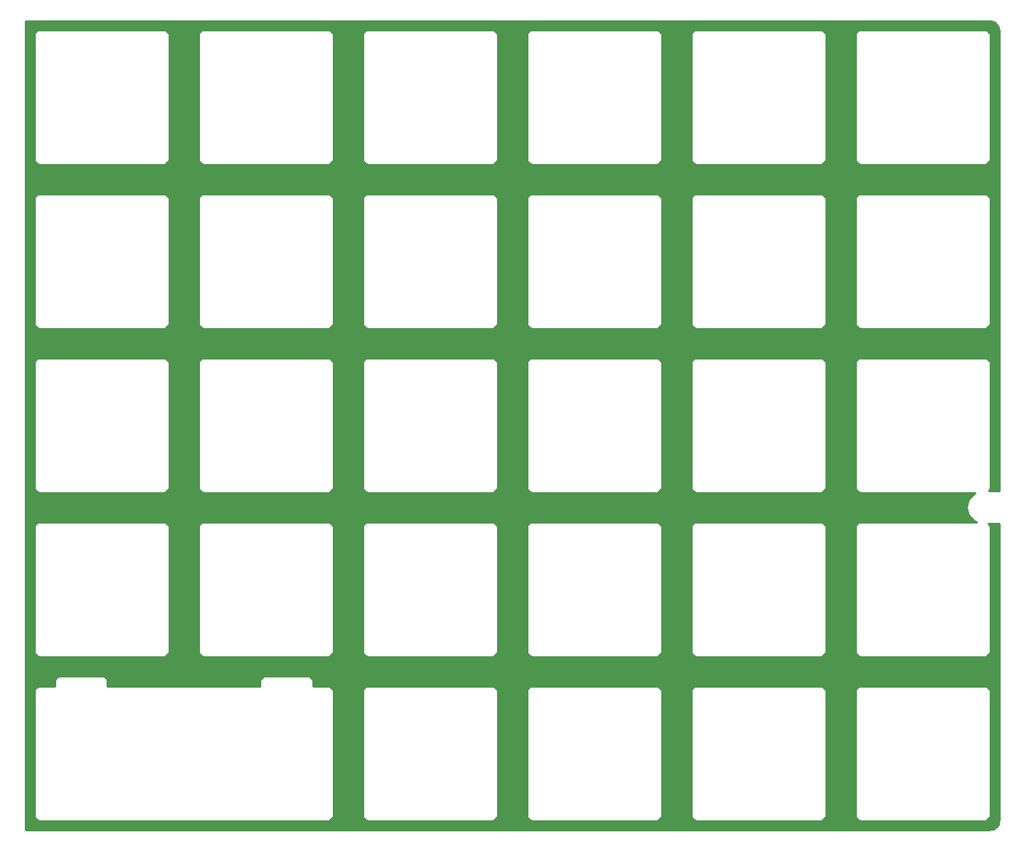
<source format=gtl>
G04 #@! TF.GenerationSoftware,KiCad,Pcbnew,5.1.10-88a1d61d58~90~ubuntu21.04.1*
G04 #@! TF.CreationDate,2021-08-14T22:36:03+02:00*
G04 #@! TF.ProjectId,plate,706c6174-652e-46b6-9963-61645f706362,rev?*
G04 #@! TF.SameCoordinates,Original*
G04 #@! TF.FileFunction,Copper,L1,Top*
G04 #@! TF.FilePolarity,Positive*
%FSLAX46Y46*%
G04 Gerber Fmt 4.6, Leading zero omitted, Abs format (unit mm)*
G04 Created by KiCad (PCBNEW 5.1.10-88a1d61d58~90~ubuntu21.04.1) date 2021-08-14 22:36:03*
%MOMM*%
%LPD*%
G01*
G04 APERTURE LIST*
G04 #@! TA.AperFunction,NonConductor*
%ADD10C,0.254000*%
G04 #@! TD*
G04 #@! TA.AperFunction,NonConductor*
%ADD11C,0.150000*%
G04 #@! TD*
G04 APERTURE END LIST*
D10*
X215121195Y-50715482D02*
X215326276Y-50777399D01*
X215515428Y-50877973D01*
X215681437Y-51013367D01*
X215817988Y-51178429D01*
X215919881Y-51366877D01*
X215983227Y-51571514D01*
X216008932Y-51816083D01*
X216008933Y-105239500D01*
X214817439Y-105239500D01*
X214884812Y-105157407D01*
X214948419Y-105038406D01*
X214987588Y-104909283D01*
X214997500Y-104808647D01*
X214997500Y-104808635D01*
X215000813Y-104774996D01*
X214997500Y-104741359D01*
X214997500Y-90521147D01*
X215000814Y-90487500D01*
X214987588Y-90353217D01*
X214948419Y-90224094D01*
X214884812Y-90105093D01*
X214799211Y-90000789D01*
X214694907Y-89915188D01*
X214575906Y-89851581D01*
X214446783Y-89812412D01*
X214346147Y-89802500D01*
X214312500Y-89799186D01*
X214278853Y-89802500D01*
X200058647Y-89802500D01*
X200025000Y-89799186D01*
X199991353Y-89802500D01*
X199890717Y-89812412D01*
X199761594Y-89851581D01*
X199642593Y-89915188D01*
X199538289Y-90000789D01*
X199452688Y-90105093D01*
X199389081Y-90224094D01*
X199349912Y-90353217D01*
X199336686Y-90487500D01*
X199340001Y-90521157D01*
X199340000Y-104741453D01*
X199336687Y-104775092D01*
X199349913Y-104909375D01*
X199389083Y-105038497D01*
X199452691Y-105157498D01*
X199538292Y-105261801D01*
X199642597Y-105347402D01*
X199761598Y-105411008D01*
X199890722Y-105450176D01*
X199991358Y-105460088D01*
X199992247Y-105460088D01*
X200025000Y-105463314D01*
X200057757Y-105460088D01*
X213257296Y-105460006D01*
X213089683Y-105549597D01*
X212802655Y-105785155D01*
X212567097Y-106072183D01*
X212392061Y-106399652D01*
X212284275Y-106754976D01*
X212247880Y-107124500D01*
X212284275Y-107494024D01*
X212392061Y-107849348D01*
X212567097Y-108176817D01*
X212802655Y-108463845D01*
X213089683Y-108699403D01*
X213376107Y-108852500D01*
X200058647Y-108852500D01*
X200025000Y-108849186D01*
X199991353Y-108852500D01*
X199890717Y-108862412D01*
X199761594Y-108901581D01*
X199642593Y-108965188D01*
X199538289Y-109050789D01*
X199452688Y-109155093D01*
X199389081Y-109274094D01*
X199349912Y-109403217D01*
X199336686Y-109537500D01*
X199340001Y-109571157D01*
X199340000Y-123791353D01*
X199336686Y-123825000D01*
X199349912Y-123959283D01*
X199389081Y-124088406D01*
X199452688Y-124207407D01*
X199538289Y-124311711D01*
X199642593Y-124397312D01*
X199761594Y-124460919D01*
X199890717Y-124500088D01*
X200025000Y-124513314D01*
X200058647Y-124510000D01*
X214278853Y-124510000D01*
X214312500Y-124513314D01*
X214446783Y-124500088D01*
X214575906Y-124460919D01*
X214694907Y-124397312D01*
X214799211Y-124311711D01*
X214884812Y-124207407D01*
X214948419Y-124088406D01*
X214987588Y-123959283D01*
X214997500Y-123858647D01*
X214997500Y-123858646D01*
X215000814Y-123825000D01*
X214997500Y-123791353D01*
X214997500Y-109571147D01*
X215000814Y-109537500D01*
X214987588Y-109403217D01*
X214948419Y-109274094D01*
X214884812Y-109155093D01*
X214799211Y-109050789D01*
X214748901Y-109009500D01*
X216008933Y-109009500D01*
X216008933Y-143436918D01*
X215984742Y-143683637D01*
X215922825Y-143888716D01*
X215822253Y-144077865D01*
X215686857Y-144243877D01*
X215521793Y-144380430D01*
X215333349Y-144482320D01*
X215128711Y-144545667D01*
X214884141Y-144571372D01*
X103078836Y-144571372D01*
X103078836Y-142875000D01*
X104086686Y-142875000D01*
X104099912Y-143009283D01*
X104139081Y-143138406D01*
X104202688Y-143257407D01*
X104288289Y-143361711D01*
X104339316Y-143403588D01*
X104392593Y-143447312D01*
X104511594Y-143510919D01*
X104640717Y-143550088D01*
X104775000Y-143563314D01*
X104808647Y-143560000D01*
X138078853Y-143560000D01*
X138112500Y-143563314D01*
X138146147Y-143560000D01*
X138246783Y-143550088D01*
X138375906Y-143510919D01*
X138494907Y-143447312D01*
X138599211Y-143361711D01*
X138684812Y-143257407D01*
X138748419Y-143138406D01*
X138787588Y-143009283D01*
X138800814Y-142875000D01*
X138797500Y-142841353D01*
X138797500Y-128622433D01*
X138800930Y-128587608D01*
X138800920Y-128587500D01*
X142186686Y-128587500D01*
X142190000Y-128621147D01*
X142190001Y-142841343D01*
X142186686Y-142875000D01*
X142199912Y-143009283D01*
X142239081Y-143138406D01*
X142302688Y-143257407D01*
X142388289Y-143361711D01*
X142492593Y-143447312D01*
X142611594Y-143510919D01*
X142740717Y-143550088D01*
X142841353Y-143560000D01*
X142875000Y-143563314D01*
X142908647Y-143560000D01*
X157128853Y-143560000D01*
X157162500Y-143563314D01*
X157196147Y-143560000D01*
X157296783Y-143550088D01*
X157425906Y-143510919D01*
X157544907Y-143447312D01*
X157649211Y-143361711D01*
X157734812Y-143257407D01*
X157798419Y-143138406D01*
X157837588Y-143009283D01*
X157850814Y-142875000D01*
X157847500Y-142841353D01*
X157847500Y-128621147D01*
X157850814Y-128587500D01*
X161236686Y-128587500D01*
X161240001Y-128621157D01*
X161240000Y-142841353D01*
X161236686Y-142875000D01*
X161249912Y-143009283D01*
X161289081Y-143138406D01*
X161352688Y-143257407D01*
X161438289Y-143361711D01*
X161489316Y-143403588D01*
X161542593Y-143447312D01*
X161661594Y-143510919D01*
X161790717Y-143550088D01*
X161925000Y-143563314D01*
X161958647Y-143560000D01*
X176178853Y-143560000D01*
X176212500Y-143563314D01*
X176346783Y-143550088D01*
X176475906Y-143510919D01*
X176594907Y-143447312D01*
X176699211Y-143361711D01*
X176784812Y-143257407D01*
X176848419Y-143138406D01*
X176887588Y-143009283D01*
X176897500Y-142908647D01*
X176897500Y-142908646D01*
X176900814Y-142875000D01*
X176897500Y-142841353D01*
X176897500Y-128621147D01*
X176900814Y-128587500D01*
X180286686Y-128587500D01*
X180290001Y-128621157D01*
X180290000Y-142841353D01*
X180286686Y-142875000D01*
X180299912Y-143009283D01*
X180339081Y-143138406D01*
X180402688Y-143257407D01*
X180488289Y-143361711D01*
X180539316Y-143403588D01*
X180592593Y-143447312D01*
X180711594Y-143510919D01*
X180840717Y-143550088D01*
X180975000Y-143563314D01*
X181008647Y-143560000D01*
X195228853Y-143560000D01*
X195262500Y-143563314D01*
X195396783Y-143550088D01*
X195525906Y-143510919D01*
X195644907Y-143447312D01*
X195749211Y-143361711D01*
X195834812Y-143257407D01*
X195898419Y-143138406D01*
X195937588Y-143009283D01*
X195947500Y-142908647D01*
X195947500Y-142908646D01*
X195950814Y-142875000D01*
X195947500Y-142841353D01*
X195947500Y-128621147D01*
X195950814Y-128587500D01*
X199336686Y-128587500D01*
X199340001Y-128621157D01*
X199340000Y-142841353D01*
X199336686Y-142875000D01*
X199349912Y-143009283D01*
X199389081Y-143138406D01*
X199452688Y-143257407D01*
X199538289Y-143361711D01*
X199589316Y-143403588D01*
X199642593Y-143447312D01*
X199761594Y-143510919D01*
X199890717Y-143550088D01*
X200025000Y-143563314D01*
X200058647Y-143560000D01*
X214278853Y-143560000D01*
X214312500Y-143563314D01*
X214446783Y-143550088D01*
X214575906Y-143510919D01*
X214694907Y-143447312D01*
X214799211Y-143361711D01*
X214884812Y-143257407D01*
X214948419Y-143138406D01*
X214987588Y-143009283D01*
X214997500Y-142908647D01*
X214997500Y-142908646D01*
X215000814Y-142875000D01*
X214997500Y-142841353D01*
X214997500Y-128621147D01*
X215000814Y-128587500D01*
X214987588Y-128453217D01*
X214948419Y-128324094D01*
X214884812Y-128205093D01*
X214799211Y-128100789D01*
X214694907Y-128015188D01*
X214575906Y-127951581D01*
X214446783Y-127912412D01*
X214346147Y-127902500D01*
X214312500Y-127899186D01*
X214278853Y-127902500D01*
X200058647Y-127902500D01*
X200025000Y-127899186D01*
X199991353Y-127902500D01*
X199890717Y-127912412D01*
X199761594Y-127951581D01*
X199642593Y-128015188D01*
X199538289Y-128100789D01*
X199452688Y-128205093D01*
X199389081Y-128324094D01*
X199349912Y-128453217D01*
X199336686Y-128587500D01*
X195950814Y-128587500D01*
X195937588Y-128453217D01*
X195898419Y-128324094D01*
X195834812Y-128205093D01*
X195749211Y-128100789D01*
X195644907Y-128015188D01*
X195525906Y-127951581D01*
X195396783Y-127912412D01*
X195296147Y-127902500D01*
X195262500Y-127899186D01*
X195228853Y-127902500D01*
X181008647Y-127902500D01*
X180975000Y-127899186D01*
X180941353Y-127902500D01*
X180840717Y-127912412D01*
X180711594Y-127951581D01*
X180592593Y-128015188D01*
X180488289Y-128100789D01*
X180402688Y-128205093D01*
X180339081Y-128324094D01*
X180299912Y-128453217D01*
X180286686Y-128587500D01*
X176900814Y-128587500D01*
X176887588Y-128453217D01*
X176848419Y-128324094D01*
X176784812Y-128205093D01*
X176699211Y-128100789D01*
X176594907Y-128015188D01*
X176475906Y-127951581D01*
X176346783Y-127912412D01*
X176246147Y-127902500D01*
X176212500Y-127899186D01*
X176178853Y-127902500D01*
X161958647Y-127902500D01*
X161925000Y-127899186D01*
X161891353Y-127902500D01*
X161790717Y-127912412D01*
X161661594Y-127951581D01*
X161542593Y-128015188D01*
X161438289Y-128100789D01*
X161352688Y-128205093D01*
X161289081Y-128324094D01*
X161249912Y-128453217D01*
X161236686Y-128587500D01*
X157850814Y-128587500D01*
X157837588Y-128453217D01*
X157798419Y-128324094D01*
X157734812Y-128205093D01*
X157649211Y-128100789D01*
X157544907Y-128015188D01*
X157425906Y-127951581D01*
X157296783Y-127912412D01*
X157196147Y-127902500D01*
X157162500Y-127899186D01*
X157128853Y-127902500D01*
X142908647Y-127902500D01*
X142875000Y-127899186D01*
X142841353Y-127902500D01*
X142740717Y-127912412D01*
X142611594Y-127951581D01*
X142492593Y-128015188D01*
X142388289Y-128100789D01*
X142302688Y-128205093D01*
X142239081Y-128324094D01*
X142199912Y-128453217D01*
X142186686Y-128587500D01*
X138800920Y-128587500D01*
X138787704Y-128453325D01*
X138748535Y-128324202D01*
X138684928Y-128205201D01*
X138599327Y-128100897D01*
X138599243Y-128100828D01*
X138599211Y-128100789D01*
X138494907Y-128015188D01*
X138375906Y-127951581D01*
X138246783Y-127912412D01*
X138112500Y-127899186D01*
X138077757Y-127902608D01*
X136416364Y-127902608D01*
X136416364Y-127430629D01*
X136419678Y-127396982D01*
X136406452Y-127262699D01*
X136367283Y-127133576D01*
X136303676Y-127014575D01*
X136218075Y-126910271D01*
X136113771Y-126824670D01*
X135994770Y-126761063D01*
X135865647Y-126721894D01*
X135765011Y-126711982D01*
X135731364Y-126708668D01*
X135697717Y-126711982D01*
X131002507Y-126711982D01*
X130968860Y-126708668D01*
X130935213Y-126711982D01*
X130834577Y-126721894D01*
X130705454Y-126761063D01*
X130586453Y-126824670D01*
X130482149Y-126910271D01*
X130396548Y-127014575D01*
X130332941Y-127133576D01*
X130293772Y-127262699D01*
X130280546Y-127396982D01*
X130283860Y-127430629D01*
X130283860Y-127902608D01*
X112603844Y-127902608D01*
X112603844Y-127430629D01*
X112607158Y-127396982D01*
X112593932Y-127262699D01*
X112554763Y-127133576D01*
X112491156Y-127014575D01*
X112405555Y-126910271D01*
X112301251Y-126824670D01*
X112182250Y-126761063D01*
X112053127Y-126721894D01*
X111952491Y-126711982D01*
X111918844Y-126708668D01*
X111885197Y-126711982D01*
X107189987Y-126711982D01*
X107156340Y-126708668D01*
X107122693Y-126711982D01*
X107022057Y-126721894D01*
X106892934Y-126761063D01*
X106773933Y-126824670D01*
X106669629Y-126910271D01*
X106584028Y-127014575D01*
X106520421Y-127133576D01*
X106481252Y-127262699D01*
X106468026Y-127396982D01*
X106471340Y-127430629D01*
X106471340Y-127902577D01*
X104808668Y-127902502D01*
X104775000Y-127899186D01*
X104700114Y-127906562D01*
X104640748Y-127912406D01*
X104640733Y-127912411D01*
X104640718Y-127912412D01*
X104569344Y-127934063D01*
X104511623Y-127951570D01*
X104511612Y-127951576D01*
X104511595Y-127951581D01*
X104449547Y-127984746D01*
X104392619Y-128015171D01*
X104392606Y-128015181D01*
X104392594Y-128015188D01*
X104343455Y-128055516D01*
X104288312Y-128100767D01*
X104288302Y-128100779D01*
X104288290Y-128100789D01*
X104243056Y-128155906D01*
X104202706Y-128205068D01*
X104202699Y-128205080D01*
X104202689Y-128205093D01*
X104172275Y-128261993D01*
X104139093Y-128324066D01*
X104139088Y-128324083D01*
X104139082Y-128324094D01*
X104121581Y-128381786D01*
X104099919Y-128453187D01*
X104099918Y-128453202D01*
X104099913Y-128453217D01*
X104093297Y-128520388D01*
X104086687Y-128587469D01*
X104090001Y-128621134D01*
X104090000Y-142841353D01*
X104086686Y-142875000D01*
X103078836Y-142875000D01*
X103078836Y-109537500D01*
X104086686Y-109537500D01*
X104090001Y-109571157D01*
X104090000Y-123791353D01*
X104086686Y-123825000D01*
X104099912Y-123959283D01*
X104139081Y-124088406D01*
X104202688Y-124207407D01*
X104288289Y-124311711D01*
X104392593Y-124397312D01*
X104511594Y-124460919D01*
X104640717Y-124500088D01*
X104775000Y-124513314D01*
X104808647Y-124510000D01*
X119028853Y-124510000D01*
X119062500Y-124513314D01*
X119196783Y-124500088D01*
X119325906Y-124460919D01*
X119444907Y-124397312D01*
X119549211Y-124311711D01*
X119634812Y-124207407D01*
X119698419Y-124088406D01*
X119737588Y-123959283D01*
X119747500Y-123858647D01*
X119747500Y-123858646D01*
X119750814Y-123825000D01*
X119747500Y-123791353D01*
X119747500Y-109571147D01*
X119750814Y-109537500D01*
X123136686Y-109537500D01*
X123140000Y-109571147D01*
X123140001Y-123791343D01*
X123136686Y-123825000D01*
X123149912Y-123959283D01*
X123189081Y-124088406D01*
X123252688Y-124207407D01*
X123338289Y-124311711D01*
X123442593Y-124397312D01*
X123561594Y-124460919D01*
X123690717Y-124500088D01*
X123791353Y-124510000D01*
X123825000Y-124513314D01*
X123858647Y-124510000D01*
X138078853Y-124510000D01*
X138112500Y-124513314D01*
X138146147Y-124510000D01*
X138246783Y-124500088D01*
X138375906Y-124460919D01*
X138494907Y-124397312D01*
X138599211Y-124311711D01*
X138684812Y-124207407D01*
X138748419Y-124088406D01*
X138787588Y-123959283D01*
X138800814Y-123825000D01*
X138797500Y-123791353D01*
X138797500Y-109571147D01*
X138800814Y-109537500D01*
X142186686Y-109537500D01*
X142190000Y-109571147D01*
X142190001Y-123791343D01*
X142186686Y-123825000D01*
X142199912Y-123959283D01*
X142239081Y-124088406D01*
X142302688Y-124207407D01*
X142388289Y-124311711D01*
X142492593Y-124397312D01*
X142611594Y-124460919D01*
X142740717Y-124500088D01*
X142841353Y-124510000D01*
X142875000Y-124513314D01*
X142908647Y-124510000D01*
X157128853Y-124510000D01*
X157162500Y-124513314D01*
X157196147Y-124510000D01*
X157296783Y-124500088D01*
X157425906Y-124460919D01*
X157544907Y-124397312D01*
X157649211Y-124311711D01*
X157734812Y-124207407D01*
X157798419Y-124088406D01*
X157837588Y-123959283D01*
X157850814Y-123825000D01*
X157847500Y-123791353D01*
X157847500Y-109571147D01*
X157850814Y-109537500D01*
X161236686Y-109537500D01*
X161240001Y-109571157D01*
X161240000Y-123791353D01*
X161236686Y-123825000D01*
X161249912Y-123959283D01*
X161289081Y-124088406D01*
X161352688Y-124207407D01*
X161438289Y-124311711D01*
X161542593Y-124397312D01*
X161661594Y-124460919D01*
X161790717Y-124500088D01*
X161925000Y-124513314D01*
X161958647Y-124510000D01*
X176178853Y-124510000D01*
X176212500Y-124513314D01*
X176346783Y-124500088D01*
X176475906Y-124460919D01*
X176594907Y-124397312D01*
X176699211Y-124311711D01*
X176784812Y-124207407D01*
X176848419Y-124088406D01*
X176887588Y-123959283D01*
X176897500Y-123858647D01*
X176897500Y-123858646D01*
X176900814Y-123825000D01*
X176897500Y-123791353D01*
X176897500Y-109571147D01*
X176900814Y-109537500D01*
X180286686Y-109537500D01*
X180290001Y-109571157D01*
X180290000Y-123791353D01*
X180286686Y-123825000D01*
X180299912Y-123959283D01*
X180339081Y-124088406D01*
X180402688Y-124207407D01*
X180488289Y-124311711D01*
X180592593Y-124397312D01*
X180711594Y-124460919D01*
X180840717Y-124500088D01*
X180975000Y-124513314D01*
X181008647Y-124510000D01*
X195228853Y-124510000D01*
X195262500Y-124513314D01*
X195396783Y-124500088D01*
X195525906Y-124460919D01*
X195644907Y-124397312D01*
X195749211Y-124311711D01*
X195834812Y-124207407D01*
X195898419Y-124088406D01*
X195937588Y-123959283D01*
X195947500Y-123858647D01*
X195947500Y-123858646D01*
X195950814Y-123825000D01*
X195947500Y-123791353D01*
X195947500Y-109571147D01*
X195950814Y-109537500D01*
X195937588Y-109403217D01*
X195898419Y-109274094D01*
X195834812Y-109155093D01*
X195749211Y-109050789D01*
X195644907Y-108965188D01*
X195525906Y-108901581D01*
X195396783Y-108862412D01*
X195296147Y-108852500D01*
X195262500Y-108849186D01*
X195228853Y-108852500D01*
X181008647Y-108852500D01*
X180975000Y-108849186D01*
X180941353Y-108852500D01*
X180840717Y-108862412D01*
X180711594Y-108901581D01*
X180592593Y-108965188D01*
X180488289Y-109050789D01*
X180402688Y-109155093D01*
X180339081Y-109274094D01*
X180299912Y-109403217D01*
X180286686Y-109537500D01*
X176900814Y-109537500D01*
X176887588Y-109403217D01*
X176848419Y-109274094D01*
X176784812Y-109155093D01*
X176699211Y-109050789D01*
X176594907Y-108965188D01*
X176475906Y-108901581D01*
X176346783Y-108862412D01*
X176246147Y-108852500D01*
X176212500Y-108849186D01*
X176178853Y-108852500D01*
X161958647Y-108852500D01*
X161925000Y-108849186D01*
X161891353Y-108852500D01*
X161790717Y-108862412D01*
X161661594Y-108901581D01*
X161542593Y-108965188D01*
X161438289Y-109050789D01*
X161352688Y-109155093D01*
X161289081Y-109274094D01*
X161249912Y-109403217D01*
X161236686Y-109537500D01*
X157850814Y-109537500D01*
X157837588Y-109403217D01*
X157798419Y-109274094D01*
X157734812Y-109155093D01*
X157649211Y-109050789D01*
X157544907Y-108965188D01*
X157425906Y-108901581D01*
X157296783Y-108862412D01*
X157196147Y-108852500D01*
X157162500Y-108849186D01*
X157128853Y-108852500D01*
X142908647Y-108852500D01*
X142875000Y-108849186D01*
X142841353Y-108852500D01*
X142740717Y-108862412D01*
X142611594Y-108901581D01*
X142492593Y-108965188D01*
X142388289Y-109050789D01*
X142302688Y-109155093D01*
X142239081Y-109274094D01*
X142199912Y-109403217D01*
X142186686Y-109537500D01*
X138800814Y-109537500D01*
X138787588Y-109403217D01*
X138748419Y-109274094D01*
X138684812Y-109155093D01*
X138599211Y-109050789D01*
X138494907Y-108965188D01*
X138375906Y-108901581D01*
X138246783Y-108862412D01*
X138146147Y-108852500D01*
X138112500Y-108849186D01*
X138078853Y-108852500D01*
X123858647Y-108852500D01*
X123825000Y-108849186D01*
X123791353Y-108852500D01*
X123690717Y-108862412D01*
X123561594Y-108901581D01*
X123442593Y-108965188D01*
X123338289Y-109050789D01*
X123252688Y-109155093D01*
X123189081Y-109274094D01*
X123149912Y-109403217D01*
X123136686Y-109537500D01*
X119750814Y-109537500D01*
X119737588Y-109403217D01*
X119698419Y-109274094D01*
X119634812Y-109155093D01*
X119549211Y-109050789D01*
X119444907Y-108965188D01*
X119325906Y-108901581D01*
X119196783Y-108862412D01*
X119096147Y-108852500D01*
X119062500Y-108849186D01*
X119028853Y-108852500D01*
X104808647Y-108852500D01*
X104775000Y-108849186D01*
X104741353Y-108852500D01*
X104640717Y-108862412D01*
X104511594Y-108901581D01*
X104392593Y-108965188D01*
X104288289Y-109050789D01*
X104202688Y-109155093D01*
X104139081Y-109274094D01*
X104099912Y-109403217D01*
X104086686Y-109537500D01*
X103078836Y-109537500D01*
X103078836Y-90487500D01*
X104086686Y-90487500D01*
X104090001Y-90521157D01*
X104090000Y-104741353D01*
X104086686Y-104775000D01*
X104099912Y-104909283D01*
X104139081Y-105038406D01*
X104202688Y-105157407D01*
X104288289Y-105261711D01*
X104392589Y-105347309D01*
X104392593Y-105347312D01*
X104511594Y-105410919D01*
X104640717Y-105450088D01*
X104775000Y-105463314D01*
X104808647Y-105460000D01*
X119028853Y-105460000D01*
X119062500Y-105463314D01*
X119196783Y-105450088D01*
X119325906Y-105410919D01*
X119444907Y-105347312D01*
X119549211Y-105261711D01*
X119634812Y-105157407D01*
X119698419Y-105038406D01*
X119737588Y-104909283D01*
X119747500Y-104808647D01*
X119747500Y-104808646D01*
X119750814Y-104775000D01*
X119747500Y-104741353D01*
X119747500Y-90521147D01*
X119750814Y-90487500D01*
X123136686Y-90487500D01*
X123140000Y-90521147D01*
X123140001Y-104741343D01*
X123136686Y-104775000D01*
X123149912Y-104909283D01*
X123189081Y-105038406D01*
X123252688Y-105157407D01*
X123338289Y-105261711D01*
X123442593Y-105347312D01*
X123561594Y-105410919D01*
X123690717Y-105450088D01*
X123791353Y-105460000D01*
X123825000Y-105463314D01*
X123858647Y-105460000D01*
X138078853Y-105460000D01*
X138112500Y-105463314D01*
X138146147Y-105460000D01*
X138246783Y-105450088D01*
X138375906Y-105410919D01*
X138494907Y-105347312D01*
X138599211Y-105261711D01*
X138684812Y-105157407D01*
X138748419Y-105038406D01*
X138787588Y-104909283D01*
X138800814Y-104775000D01*
X138797500Y-104741353D01*
X138797500Y-90521147D01*
X138800814Y-90487500D01*
X142186686Y-90487500D01*
X142190000Y-90521147D01*
X142190001Y-104741343D01*
X142186686Y-104775000D01*
X142199912Y-104909283D01*
X142239081Y-105038406D01*
X142302688Y-105157407D01*
X142388289Y-105261711D01*
X142492593Y-105347312D01*
X142611594Y-105410919D01*
X142740717Y-105450088D01*
X142841353Y-105460000D01*
X142875000Y-105463314D01*
X142908647Y-105460000D01*
X157128853Y-105460000D01*
X157162500Y-105463314D01*
X157196147Y-105460000D01*
X157296783Y-105450088D01*
X157425906Y-105410919D01*
X157544907Y-105347312D01*
X157649211Y-105261711D01*
X157734812Y-105157407D01*
X157798419Y-105038406D01*
X157837588Y-104909283D01*
X157850814Y-104775000D01*
X157847500Y-104741353D01*
X157847500Y-90521147D01*
X157850814Y-90487500D01*
X161236686Y-90487500D01*
X161240001Y-90521157D01*
X161240000Y-104741353D01*
X161236686Y-104775000D01*
X161249912Y-104909283D01*
X161289081Y-105038406D01*
X161352688Y-105157407D01*
X161438289Y-105261711D01*
X161542589Y-105347309D01*
X161542593Y-105347312D01*
X161661594Y-105410919D01*
X161790717Y-105450088D01*
X161925000Y-105463314D01*
X161958647Y-105460000D01*
X176178853Y-105460000D01*
X176212500Y-105463314D01*
X176346783Y-105450088D01*
X176475906Y-105410919D01*
X176594907Y-105347312D01*
X176699211Y-105261711D01*
X176784812Y-105157407D01*
X176848419Y-105038406D01*
X176887588Y-104909283D01*
X176897500Y-104808647D01*
X176897500Y-104808646D01*
X176900814Y-104775000D01*
X176897500Y-104741353D01*
X176897500Y-90521147D01*
X176900814Y-90487500D01*
X180286686Y-90487500D01*
X180290001Y-90521157D01*
X180290000Y-104741353D01*
X180286686Y-104775000D01*
X180299912Y-104909283D01*
X180339081Y-105038406D01*
X180402688Y-105157407D01*
X180488289Y-105261711D01*
X180592589Y-105347309D01*
X180592593Y-105347312D01*
X180711594Y-105410919D01*
X180840717Y-105450088D01*
X180975000Y-105463314D01*
X181008647Y-105460000D01*
X195228853Y-105460000D01*
X195262500Y-105463314D01*
X195396783Y-105450088D01*
X195525906Y-105410919D01*
X195644907Y-105347312D01*
X195749211Y-105261711D01*
X195834812Y-105157407D01*
X195898419Y-105038406D01*
X195937588Y-104909283D01*
X195947500Y-104808647D01*
X195947500Y-104808646D01*
X195950814Y-104775000D01*
X195947500Y-104741353D01*
X195947500Y-90521147D01*
X195950814Y-90487500D01*
X195937588Y-90353217D01*
X195898419Y-90224094D01*
X195834812Y-90105093D01*
X195749211Y-90000789D01*
X195644907Y-89915188D01*
X195525906Y-89851581D01*
X195396783Y-89812412D01*
X195296147Y-89802500D01*
X195262500Y-89799186D01*
X195228853Y-89802500D01*
X181008647Y-89802500D01*
X180975000Y-89799186D01*
X180941353Y-89802500D01*
X180840717Y-89812412D01*
X180711594Y-89851581D01*
X180592593Y-89915188D01*
X180488289Y-90000789D01*
X180402688Y-90105093D01*
X180339081Y-90224094D01*
X180299912Y-90353217D01*
X180286686Y-90487500D01*
X176900814Y-90487500D01*
X176887588Y-90353217D01*
X176848419Y-90224094D01*
X176784812Y-90105093D01*
X176699211Y-90000789D01*
X176594907Y-89915188D01*
X176475906Y-89851581D01*
X176346783Y-89812412D01*
X176246147Y-89802500D01*
X176212500Y-89799186D01*
X176178853Y-89802500D01*
X161958647Y-89802500D01*
X161925000Y-89799186D01*
X161891353Y-89802500D01*
X161790717Y-89812412D01*
X161661594Y-89851581D01*
X161542593Y-89915188D01*
X161438289Y-90000789D01*
X161352688Y-90105093D01*
X161289081Y-90224094D01*
X161249912Y-90353217D01*
X161236686Y-90487500D01*
X157850814Y-90487500D01*
X157837588Y-90353217D01*
X157798419Y-90224094D01*
X157734812Y-90105093D01*
X157649211Y-90000789D01*
X157544907Y-89915188D01*
X157425906Y-89851581D01*
X157296783Y-89812412D01*
X157196147Y-89802500D01*
X157162500Y-89799186D01*
X157128853Y-89802500D01*
X142908647Y-89802500D01*
X142875000Y-89799186D01*
X142841353Y-89802500D01*
X142740717Y-89812412D01*
X142611594Y-89851581D01*
X142492593Y-89915188D01*
X142388289Y-90000789D01*
X142302688Y-90105093D01*
X142239081Y-90224094D01*
X142199912Y-90353217D01*
X142186686Y-90487500D01*
X138800814Y-90487500D01*
X138787588Y-90353217D01*
X138748419Y-90224094D01*
X138684812Y-90105093D01*
X138599211Y-90000789D01*
X138494907Y-89915188D01*
X138375906Y-89851581D01*
X138246783Y-89812412D01*
X138146147Y-89802500D01*
X138112500Y-89799186D01*
X138078853Y-89802500D01*
X123858647Y-89802500D01*
X123825000Y-89799186D01*
X123791353Y-89802500D01*
X123690717Y-89812412D01*
X123561594Y-89851581D01*
X123442593Y-89915188D01*
X123338289Y-90000789D01*
X123252688Y-90105093D01*
X123189081Y-90224094D01*
X123149912Y-90353217D01*
X123136686Y-90487500D01*
X119750814Y-90487500D01*
X119737588Y-90353217D01*
X119698419Y-90224094D01*
X119634812Y-90105093D01*
X119549211Y-90000789D01*
X119444907Y-89915188D01*
X119325906Y-89851581D01*
X119196783Y-89812412D01*
X119096147Y-89802500D01*
X119062500Y-89799186D01*
X119028853Y-89802500D01*
X104808647Y-89802500D01*
X104775000Y-89799186D01*
X104741353Y-89802500D01*
X104640717Y-89812412D01*
X104511594Y-89851581D01*
X104392593Y-89915188D01*
X104288289Y-90000789D01*
X104202688Y-90105093D01*
X104139081Y-90224094D01*
X104099912Y-90353217D01*
X104086686Y-90487500D01*
X103078836Y-90487500D01*
X103078836Y-71437500D01*
X104086686Y-71437500D01*
X104090001Y-71471157D01*
X104090000Y-85691353D01*
X104086686Y-85725000D01*
X104099912Y-85859283D01*
X104139081Y-85988406D01*
X104202688Y-86107407D01*
X104288289Y-86211711D01*
X104392593Y-86297312D01*
X104511594Y-86360919D01*
X104640717Y-86400088D01*
X104775000Y-86413314D01*
X104808647Y-86410000D01*
X119028853Y-86410000D01*
X119062500Y-86413314D01*
X119196783Y-86400088D01*
X119325906Y-86360919D01*
X119444907Y-86297312D01*
X119549211Y-86211711D01*
X119634812Y-86107407D01*
X119698419Y-85988406D01*
X119737588Y-85859283D01*
X119747500Y-85758647D01*
X119747500Y-85758646D01*
X119750814Y-85725000D01*
X119747500Y-85691353D01*
X119747500Y-71471147D01*
X119750814Y-71437500D01*
X123136686Y-71437500D01*
X123140000Y-71471147D01*
X123140001Y-85691343D01*
X123136686Y-85725000D01*
X123149912Y-85859283D01*
X123189081Y-85988406D01*
X123252688Y-86107407D01*
X123338289Y-86211711D01*
X123442593Y-86297312D01*
X123561594Y-86360919D01*
X123690717Y-86400088D01*
X123791353Y-86410000D01*
X123825000Y-86413314D01*
X123858647Y-86410000D01*
X138078853Y-86410000D01*
X138112500Y-86413314D01*
X138146147Y-86410000D01*
X138246783Y-86400088D01*
X138375906Y-86360919D01*
X138494907Y-86297312D01*
X138599211Y-86211711D01*
X138684812Y-86107407D01*
X138748419Y-85988406D01*
X138787588Y-85859283D01*
X138800814Y-85725000D01*
X138797500Y-85691353D01*
X138797500Y-71471147D01*
X138800814Y-71437500D01*
X142186686Y-71437500D01*
X142190000Y-71471147D01*
X142190001Y-85691343D01*
X142186686Y-85725000D01*
X142199912Y-85859283D01*
X142239081Y-85988406D01*
X142302688Y-86107407D01*
X142388289Y-86211711D01*
X142492593Y-86297312D01*
X142611594Y-86360919D01*
X142740717Y-86400088D01*
X142841353Y-86410000D01*
X142875000Y-86413314D01*
X142908647Y-86410000D01*
X157128853Y-86410000D01*
X157162500Y-86413314D01*
X157196147Y-86410000D01*
X157296783Y-86400088D01*
X157425906Y-86360919D01*
X157544907Y-86297312D01*
X157649211Y-86211711D01*
X157734812Y-86107407D01*
X157798419Y-85988406D01*
X157837588Y-85859283D01*
X157850814Y-85725000D01*
X157847500Y-85691353D01*
X157847500Y-71471147D01*
X157850814Y-71437500D01*
X161236686Y-71437500D01*
X161240001Y-71471157D01*
X161240000Y-85691353D01*
X161236686Y-85725000D01*
X161249912Y-85859283D01*
X161289081Y-85988406D01*
X161352688Y-86107407D01*
X161438289Y-86211711D01*
X161542593Y-86297312D01*
X161661594Y-86360919D01*
X161790717Y-86400088D01*
X161925000Y-86413314D01*
X161958647Y-86410000D01*
X176178853Y-86410000D01*
X176212500Y-86413314D01*
X176346783Y-86400088D01*
X176475906Y-86360919D01*
X176594907Y-86297312D01*
X176699211Y-86211711D01*
X176784812Y-86107407D01*
X176848419Y-85988406D01*
X176887588Y-85859283D01*
X176897500Y-85758647D01*
X176897500Y-85758646D01*
X176900814Y-85725000D01*
X176897500Y-85691353D01*
X176897500Y-71471147D01*
X176900814Y-71437500D01*
X180286686Y-71437500D01*
X180290001Y-71471157D01*
X180290000Y-85691353D01*
X180286686Y-85725000D01*
X180299912Y-85859283D01*
X180339081Y-85988406D01*
X180402688Y-86107407D01*
X180488289Y-86211711D01*
X180592593Y-86297312D01*
X180711594Y-86360919D01*
X180840717Y-86400088D01*
X180975000Y-86413314D01*
X181008647Y-86410000D01*
X195228853Y-86410000D01*
X195262500Y-86413314D01*
X195396783Y-86400088D01*
X195525906Y-86360919D01*
X195644907Y-86297312D01*
X195749211Y-86211711D01*
X195834812Y-86107407D01*
X195898419Y-85988406D01*
X195937588Y-85859283D01*
X195947500Y-85758647D01*
X195947500Y-85758646D01*
X195950814Y-85725000D01*
X195947500Y-85691353D01*
X195947500Y-71471147D01*
X195950814Y-71437500D01*
X199336686Y-71437500D01*
X199340001Y-71471157D01*
X199340000Y-85691353D01*
X199336686Y-85725000D01*
X199349912Y-85859283D01*
X199389081Y-85988406D01*
X199452688Y-86107407D01*
X199538289Y-86211711D01*
X199642593Y-86297312D01*
X199761594Y-86360919D01*
X199890717Y-86400088D01*
X200025000Y-86413314D01*
X200058647Y-86410000D01*
X214278853Y-86410000D01*
X214312500Y-86413314D01*
X214446783Y-86400088D01*
X214575906Y-86360919D01*
X214694907Y-86297312D01*
X214799211Y-86211711D01*
X214884812Y-86107407D01*
X214948419Y-85988406D01*
X214987588Y-85859283D01*
X214997500Y-85758647D01*
X214997500Y-85758646D01*
X215000814Y-85725000D01*
X214997500Y-85691353D01*
X214997500Y-71471147D01*
X215000814Y-71437500D01*
X214987588Y-71303217D01*
X214948419Y-71174094D01*
X214884812Y-71055093D01*
X214799211Y-70950789D01*
X214694907Y-70865188D01*
X214575906Y-70801581D01*
X214446783Y-70762412D01*
X214346147Y-70752500D01*
X214312500Y-70749186D01*
X214278853Y-70752500D01*
X200058647Y-70752500D01*
X200025000Y-70749186D01*
X199991353Y-70752500D01*
X199890717Y-70762412D01*
X199761594Y-70801581D01*
X199642593Y-70865188D01*
X199538289Y-70950789D01*
X199452688Y-71055093D01*
X199389081Y-71174094D01*
X199349912Y-71303217D01*
X199336686Y-71437500D01*
X195950814Y-71437500D01*
X195937588Y-71303217D01*
X195898419Y-71174094D01*
X195834812Y-71055093D01*
X195749211Y-70950789D01*
X195644907Y-70865188D01*
X195525906Y-70801581D01*
X195396783Y-70762412D01*
X195296147Y-70752500D01*
X195262500Y-70749186D01*
X195228853Y-70752500D01*
X181008647Y-70752500D01*
X180975000Y-70749186D01*
X180941353Y-70752500D01*
X180840717Y-70762412D01*
X180711594Y-70801581D01*
X180592593Y-70865188D01*
X180488289Y-70950789D01*
X180402688Y-71055093D01*
X180339081Y-71174094D01*
X180299912Y-71303217D01*
X180286686Y-71437500D01*
X176900814Y-71437500D01*
X176887588Y-71303217D01*
X176848419Y-71174094D01*
X176784812Y-71055093D01*
X176699211Y-70950789D01*
X176594907Y-70865188D01*
X176475906Y-70801581D01*
X176346783Y-70762412D01*
X176246147Y-70752500D01*
X176212500Y-70749186D01*
X176178853Y-70752500D01*
X161958647Y-70752500D01*
X161925000Y-70749186D01*
X161891353Y-70752500D01*
X161790717Y-70762412D01*
X161661594Y-70801581D01*
X161542593Y-70865188D01*
X161438289Y-70950789D01*
X161352688Y-71055093D01*
X161289081Y-71174094D01*
X161249912Y-71303217D01*
X161236686Y-71437500D01*
X157850814Y-71437500D01*
X157837588Y-71303217D01*
X157798419Y-71174094D01*
X157734812Y-71055093D01*
X157649211Y-70950789D01*
X157544907Y-70865188D01*
X157425906Y-70801581D01*
X157296783Y-70762412D01*
X157196147Y-70752500D01*
X157162500Y-70749186D01*
X157128853Y-70752500D01*
X142908647Y-70752500D01*
X142875000Y-70749186D01*
X142841353Y-70752500D01*
X142740717Y-70762412D01*
X142611594Y-70801581D01*
X142492593Y-70865188D01*
X142388289Y-70950789D01*
X142302688Y-71055093D01*
X142239081Y-71174094D01*
X142199912Y-71303217D01*
X142186686Y-71437500D01*
X138800814Y-71437500D01*
X138787588Y-71303217D01*
X138748419Y-71174094D01*
X138684812Y-71055093D01*
X138599211Y-70950789D01*
X138494907Y-70865188D01*
X138375906Y-70801581D01*
X138246783Y-70762412D01*
X138146147Y-70752500D01*
X138112500Y-70749186D01*
X138078853Y-70752500D01*
X123858647Y-70752500D01*
X123825000Y-70749186D01*
X123791353Y-70752500D01*
X123690717Y-70762412D01*
X123561594Y-70801581D01*
X123442593Y-70865188D01*
X123338289Y-70950789D01*
X123252688Y-71055093D01*
X123189081Y-71174094D01*
X123149912Y-71303217D01*
X123136686Y-71437500D01*
X119750814Y-71437500D01*
X119737588Y-71303217D01*
X119698419Y-71174094D01*
X119634812Y-71055093D01*
X119549211Y-70950789D01*
X119444907Y-70865188D01*
X119325906Y-70801581D01*
X119196783Y-70762412D01*
X119096147Y-70752500D01*
X119062500Y-70749186D01*
X119028853Y-70752500D01*
X104808647Y-70752500D01*
X104775000Y-70749186D01*
X104741353Y-70752500D01*
X104640717Y-70762412D01*
X104511594Y-70801581D01*
X104392593Y-70865188D01*
X104288289Y-70950789D01*
X104202688Y-71055093D01*
X104139081Y-71174094D01*
X104099912Y-71303217D01*
X104086686Y-71437500D01*
X103078836Y-71437500D01*
X103078836Y-52387500D01*
X104086686Y-52387500D01*
X104090001Y-52421157D01*
X104090000Y-66641353D01*
X104086686Y-66675000D01*
X104099912Y-66809283D01*
X104139081Y-66938406D01*
X104202688Y-67057407D01*
X104288289Y-67161711D01*
X104392593Y-67247312D01*
X104511594Y-67310919D01*
X104640717Y-67350088D01*
X104775000Y-67363314D01*
X104808647Y-67360000D01*
X119028853Y-67360000D01*
X119062500Y-67363314D01*
X119196783Y-67350088D01*
X119325906Y-67310919D01*
X119444907Y-67247312D01*
X119549211Y-67161711D01*
X119634812Y-67057407D01*
X119698419Y-66938406D01*
X119737588Y-66809283D01*
X119747500Y-66708647D01*
X119747500Y-66708646D01*
X119750814Y-66675000D01*
X119747500Y-66641353D01*
X119747500Y-52421147D01*
X119750814Y-52387500D01*
X123136686Y-52387500D01*
X123140000Y-52421147D01*
X123140001Y-66641343D01*
X123136686Y-66675000D01*
X123149912Y-66809283D01*
X123189081Y-66938406D01*
X123252688Y-67057407D01*
X123338289Y-67161711D01*
X123442593Y-67247312D01*
X123561594Y-67310919D01*
X123690717Y-67350088D01*
X123791353Y-67360000D01*
X123825000Y-67363314D01*
X123858647Y-67360000D01*
X138078853Y-67360000D01*
X138112500Y-67363314D01*
X138146147Y-67360000D01*
X138246783Y-67350088D01*
X138375906Y-67310919D01*
X138494907Y-67247312D01*
X138599211Y-67161711D01*
X138684812Y-67057407D01*
X138748419Y-66938406D01*
X138787588Y-66809283D01*
X138800814Y-66675000D01*
X138797500Y-66641353D01*
X138797500Y-52421147D01*
X138800814Y-52387500D01*
X142186686Y-52387500D01*
X142190000Y-52421147D01*
X142190001Y-66641343D01*
X142186686Y-66675000D01*
X142199912Y-66809283D01*
X142239081Y-66938406D01*
X142302688Y-67057407D01*
X142388289Y-67161711D01*
X142492593Y-67247312D01*
X142611594Y-67310919D01*
X142740717Y-67350088D01*
X142841353Y-67360000D01*
X142875000Y-67363314D01*
X142908647Y-67360000D01*
X157128853Y-67360000D01*
X157162500Y-67363314D01*
X157196147Y-67360000D01*
X157296783Y-67350088D01*
X157425906Y-67310919D01*
X157544907Y-67247312D01*
X157649211Y-67161711D01*
X157734812Y-67057407D01*
X157798419Y-66938406D01*
X157837588Y-66809283D01*
X157850814Y-66675000D01*
X157847500Y-66641353D01*
X157847500Y-52421147D01*
X157850814Y-52387500D01*
X161236686Y-52387500D01*
X161240001Y-52421157D01*
X161240000Y-66641353D01*
X161236686Y-66675000D01*
X161249912Y-66809283D01*
X161289081Y-66938406D01*
X161352688Y-67057407D01*
X161438289Y-67161711D01*
X161542593Y-67247312D01*
X161661594Y-67310919D01*
X161790717Y-67350088D01*
X161925000Y-67363314D01*
X161958647Y-67360000D01*
X176178853Y-67360000D01*
X176212500Y-67363314D01*
X176346783Y-67350088D01*
X176475906Y-67310919D01*
X176594907Y-67247312D01*
X176699211Y-67161711D01*
X176784812Y-67057407D01*
X176848419Y-66938406D01*
X176887588Y-66809283D01*
X176897500Y-66708647D01*
X176897500Y-66708646D01*
X176900814Y-66675000D01*
X176897500Y-66641353D01*
X176897500Y-52421147D01*
X176900814Y-52387500D01*
X180286686Y-52387500D01*
X180290001Y-52421157D01*
X180290000Y-66641353D01*
X180286686Y-66675000D01*
X180299912Y-66809283D01*
X180339081Y-66938406D01*
X180402688Y-67057407D01*
X180488289Y-67161711D01*
X180592593Y-67247312D01*
X180711594Y-67310919D01*
X180840717Y-67350088D01*
X180975000Y-67363314D01*
X181008647Y-67360000D01*
X195228853Y-67360000D01*
X195262500Y-67363314D01*
X195396783Y-67350088D01*
X195525906Y-67310919D01*
X195644907Y-67247312D01*
X195749211Y-67161711D01*
X195834812Y-67057407D01*
X195898419Y-66938406D01*
X195937588Y-66809283D01*
X195947500Y-66708647D01*
X195947500Y-66708646D01*
X195950814Y-66675000D01*
X195947500Y-66641353D01*
X195947500Y-52421147D01*
X195950814Y-52387500D01*
X199336686Y-52387500D01*
X199340001Y-52421157D01*
X199340000Y-66641353D01*
X199336686Y-66675000D01*
X199349912Y-66809283D01*
X199389081Y-66938406D01*
X199452688Y-67057407D01*
X199538289Y-67161711D01*
X199642593Y-67247312D01*
X199761594Y-67310919D01*
X199890717Y-67350088D01*
X200025000Y-67363314D01*
X200058647Y-67360000D01*
X214278853Y-67360000D01*
X214312500Y-67363314D01*
X214446783Y-67350088D01*
X214575906Y-67310919D01*
X214694907Y-67247312D01*
X214799211Y-67161711D01*
X214884812Y-67057407D01*
X214948419Y-66938406D01*
X214987588Y-66809283D01*
X214997500Y-66708647D01*
X214997500Y-66708646D01*
X215000814Y-66675000D01*
X214997500Y-66641353D01*
X214997500Y-52421147D01*
X215000814Y-52387500D01*
X214987588Y-52253217D01*
X214948419Y-52124094D01*
X214884812Y-52005093D01*
X214799211Y-51900789D01*
X214694907Y-51815188D01*
X214575906Y-51751581D01*
X214446783Y-51712412D01*
X214346147Y-51702500D01*
X214312500Y-51699186D01*
X214278853Y-51702500D01*
X200058647Y-51702500D01*
X200025000Y-51699186D01*
X199991353Y-51702500D01*
X199890717Y-51712412D01*
X199761594Y-51751581D01*
X199642593Y-51815188D01*
X199538289Y-51900789D01*
X199452688Y-52005093D01*
X199389081Y-52124094D01*
X199349912Y-52253217D01*
X199336686Y-52387500D01*
X195950814Y-52387500D01*
X195937588Y-52253217D01*
X195898419Y-52124094D01*
X195834812Y-52005093D01*
X195749211Y-51900789D01*
X195644907Y-51815188D01*
X195525906Y-51751581D01*
X195396783Y-51712412D01*
X195296147Y-51702500D01*
X195262500Y-51699186D01*
X195228853Y-51702500D01*
X181008647Y-51702500D01*
X180975000Y-51699186D01*
X180941353Y-51702500D01*
X180840717Y-51712412D01*
X180711594Y-51751581D01*
X180592593Y-51815188D01*
X180488289Y-51900789D01*
X180402688Y-52005093D01*
X180339081Y-52124094D01*
X180299912Y-52253217D01*
X180286686Y-52387500D01*
X176900814Y-52387500D01*
X176887588Y-52253217D01*
X176848419Y-52124094D01*
X176784812Y-52005093D01*
X176699211Y-51900789D01*
X176594907Y-51815188D01*
X176475906Y-51751581D01*
X176346783Y-51712412D01*
X176246147Y-51702500D01*
X176212500Y-51699186D01*
X176178853Y-51702500D01*
X161958647Y-51702500D01*
X161925000Y-51699186D01*
X161891353Y-51702500D01*
X161790717Y-51712412D01*
X161661594Y-51751581D01*
X161542593Y-51815188D01*
X161438289Y-51900789D01*
X161352688Y-52005093D01*
X161289081Y-52124094D01*
X161249912Y-52253217D01*
X161236686Y-52387500D01*
X157850814Y-52387500D01*
X157837588Y-52253217D01*
X157798419Y-52124094D01*
X157734812Y-52005093D01*
X157649211Y-51900789D01*
X157544907Y-51815188D01*
X157425906Y-51751581D01*
X157296783Y-51712412D01*
X157196147Y-51702500D01*
X157162500Y-51699186D01*
X157128853Y-51702500D01*
X142908647Y-51702500D01*
X142875000Y-51699186D01*
X142841353Y-51702500D01*
X142740717Y-51712412D01*
X142611594Y-51751581D01*
X142492593Y-51815188D01*
X142388289Y-51900789D01*
X142302688Y-52005093D01*
X142239081Y-52124094D01*
X142199912Y-52253217D01*
X142186686Y-52387500D01*
X138800814Y-52387500D01*
X138787588Y-52253217D01*
X138748419Y-52124094D01*
X138684812Y-52005093D01*
X138599211Y-51900789D01*
X138494907Y-51815188D01*
X138375906Y-51751581D01*
X138246783Y-51712412D01*
X138146147Y-51702500D01*
X138112500Y-51699186D01*
X138078853Y-51702500D01*
X123858647Y-51702500D01*
X123825000Y-51699186D01*
X123791353Y-51702500D01*
X123690717Y-51712412D01*
X123561594Y-51751581D01*
X123442593Y-51815188D01*
X123338289Y-51900789D01*
X123252688Y-52005093D01*
X123189081Y-52124094D01*
X123149912Y-52253217D01*
X123136686Y-52387500D01*
X119750814Y-52387500D01*
X119737588Y-52253217D01*
X119698419Y-52124094D01*
X119634812Y-52005093D01*
X119549211Y-51900789D01*
X119444907Y-51815188D01*
X119325906Y-51751581D01*
X119196783Y-51712412D01*
X119096147Y-51702500D01*
X119062500Y-51699186D01*
X119028853Y-51702500D01*
X104808647Y-51702500D01*
X104775000Y-51699186D01*
X104741353Y-51702500D01*
X104640717Y-51712412D01*
X104511594Y-51751581D01*
X104392593Y-51815188D01*
X104288289Y-51900789D01*
X104202688Y-52005093D01*
X104139081Y-52124094D01*
X104099912Y-52253217D01*
X104086686Y-52387500D01*
X103078836Y-52387500D01*
X103078836Y-50691292D01*
X214874489Y-50691292D01*
X215121195Y-50715482D01*
G04 #@! TA.AperFunction,NonConductor*
D11*
G36*
X215121195Y-50715482D02*
G01*
X215326276Y-50777399D01*
X215515428Y-50877973D01*
X215681437Y-51013367D01*
X215817988Y-51178429D01*
X215919881Y-51366877D01*
X215983227Y-51571514D01*
X216008932Y-51816083D01*
X216008933Y-105239500D01*
X214817439Y-105239500D01*
X214884812Y-105157407D01*
X214948419Y-105038406D01*
X214987588Y-104909283D01*
X214997500Y-104808647D01*
X214997500Y-104808635D01*
X215000813Y-104774996D01*
X214997500Y-104741359D01*
X214997500Y-90521147D01*
X215000814Y-90487500D01*
X214987588Y-90353217D01*
X214948419Y-90224094D01*
X214884812Y-90105093D01*
X214799211Y-90000789D01*
X214694907Y-89915188D01*
X214575906Y-89851581D01*
X214446783Y-89812412D01*
X214346147Y-89802500D01*
X214312500Y-89799186D01*
X214278853Y-89802500D01*
X200058647Y-89802500D01*
X200025000Y-89799186D01*
X199991353Y-89802500D01*
X199890717Y-89812412D01*
X199761594Y-89851581D01*
X199642593Y-89915188D01*
X199538289Y-90000789D01*
X199452688Y-90105093D01*
X199389081Y-90224094D01*
X199349912Y-90353217D01*
X199336686Y-90487500D01*
X199340001Y-90521157D01*
X199340000Y-104741453D01*
X199336687Y-104775092D01*
X199349913Y-104909375D01*
X199389083Y-105038497D01*
X199452691Y-105157498D01*
X199538292Y-105261801D01*
X199642597Y-105347402D01*
X199761598Y-105411008D01*
X199890722Y-105450176D01*
X199991358Y-105460088D01*
X199992247Y-105460088D01*
X200025000Y-105463314D01*
X200057757Y-105460088D01*
X213257296Y-105460006D01*
X213089683Y-105549597D01*
X212802655Y-105785155D01*
X212567097Y-106072183D01*
X212392061Y-106399652D01*
X212284275Y-106754976D01*
X212247880Y-107124500D01*
X212284275Y-107494024D01*
X212392061Y-107849348D01*
X212567097Y-108176817D01*
X212802655Y-108463845D01*
X213089683Y-108699403D01*
X213376107Y-108852500D01*
X200058647Y-108852500D01*
X200025000Y-108849186D01*
X199991353Y-108852500D01*
X199890717Y-108862412D01*
X199761594Y-108901581D01*
X199642593Y-108965188D01*
X199538289Y-109050789D01*
X199452688Y-109155093D01*
X199389081Y-109274094D01*
X199349912Y-109403217D01*
X199336686Y-109537500D01*
X199340001Y-109571157D01*
X199340000Y-123791353D01*
X199336686Y-123825000D01*
X199349912Y-123959283D01*
X199389081Y-124088406D01*
X199452688Y-124207407D01*
X199538289Y-124311711D01*
X199642593Y-124397312D01*
X199761594Y-124460919D01*
X199890717Y-124500088D01*
X200025000Y-124513314D01*
X200058647Y-124510000D01*
X214278853Y-124510000D01*
X214312500Y-124513314D01*
X214446783Y-124500088D01*
X214575906Y-124460919D01*
X214694907Y-124397312D01*
X214799211Y-124311711D01*
X214884812Y-124207407D01*
X214948419Y-124088406D01*
X214987588Y-123959283D01*
X214997500Y-123858647D01*
X214997500Y-123858646D01*
X215000814Y-123825000D01*
X214997500Y-123791353D01*
X214997500Y-109571147D01*
X215000814Y-109537500D01*
X214987588Y-109403217D01*
X214948419Y-109274094D01*
X214884812Y-109155093D01*
X214799211Y-109050789D01*
X214748901Y-109009500D01*
X216008933Y-109009500D01*
X216008933Y-143436918D01*
X215984742Y-143683637D01*
X215922825Y-143888716D01*
X215822253Y-144077865D01*
X215686857Y-144243877D01*
X215521793Y-144380430D01*
X215333349Y-144482320D01*
X215128711Y-144545667D01*
X214884141Y-144571372D01*
X103078836Y-144571372D01*
X103078836Y-142875000D01*
X104086686Y-142875000D01*
X104099912Y-143009283D01*
X104139081Y-143138406D01*
X104202688Y-143257407D01*
X104288289Y-143361711D01*
X104339316Y-143403588D01*
X104392593Y-143447312D01*
X104511594Y-143510919D01*
X104640717Y-143550088D01*
X104775000Y-143563314D01*
X104808647Y-143560000D01*
X138078853Y-143560000D01*
X138112500Y-143563314D01*
X138146147Y-143560000D01*
X138246783Y-143550088D01*
X138375906Y-143510919D01*
X138494907Y-143447312D01*
X138599211Y-143361711D01*
X138684812Y-143257407D01*
X138748419Y-143138406D01*
X138787588Y-143009283D01*
X138800814Y-142875000D01*
X138797500Y-142841353D01*
X138797500Y-128622433D01*
X138800930Y-128587608D01*
X138800920Y-128587500D01*
X142186686Y-128587500D01*
X142190000Y-128621147D01*
X142190001Y-142841343D01*
X142186686Y-142875000D01*
X142199912Y-143009283D01*
X142239081Y-143138406D01*
X142302688Y-143257407D01*
X142388289Y-143361711D01*
X142492593Y-143447312D01*
X142611594Y-143510919D01*
X142740717Y-143550088D01*
X142841353Y-143560000D01*
X142875000Y-143563314D01*
X142908647Y-143560000D01*
X157128853Y-143560000D01*
X157162500Y-143563314D01*
X157196147Y-143560000D01*
X157296783Y-143550088D01*
X157425906Y-143510919D01*
X157544907Y-143447312D01*
X157649211Y-143361711D01*
X157734812Y-143257407D01*
X157798419Y-143138406D01*
X157837588Y-143009283D01*
X157850814Y-142875000D01*
X157847500Y-142841353D01*
X157847500Y-128621147D01*
X157850814Y-128587500D01*
X161236686Y-128587500D01*
X161240001Y-128621157D01*
X161240000Y-142841353D01*
X161236686Y-142875000D01*
X161249912Y-143009283D01*
X161289081Y-143138406D01*
X161352688Y-143257407D01*
X161438289Y-143361711D01*
X161489316Y-143403588D01*
X161542593Y-143447312D01*
X161661594Y-143510919D01*
X161790717Y-143550088D01*
X161925000Y-143563314D01*
X161958647Y-143560000D01*
X176178853Y-143560000D01*
X176212500Y-143563314D01*
X176346783Y-143550088D01*
X176475906Y-143510919D01*
X176594907Y-143447312D01*
X176699211Y-143361711D01*
X176784812Y-143257407D01*
X176848419Y-143138406D01*
X176887588Y-143009283D01*
X176897500Y-142908647D01*
X176897500Y-142908646D01*
X176900814Y-142875000D01*
X176897500Y-142841353D01*
X176897500Y-128621147D01*
X176900814Y-128587500D01*
X180286686Y-128587500D01*
X180290001Y-128621157D01*
X180290000Y-142841353D01*
X180286686Y-142875000D01*
X180299912Y-143009283D01*
X180339081Y-143138406D01*
X180402688Y-143257407D01*
X180488289Y-143361711D01*
X180539316Y-143403588D01*
X180592593Y-143447312D01*
X180711594Y-143510919D01*
X180840717Y-143550088D01*
X180975000Y-143563314D01*
X181008647Y-143560000D01*
X195228853Y-143560000D01*
X195262500Y-143563314D01*
X195396783Y-143550088D01*
X195525906Y-143510919D01*
X195644907Y-143447312D01*
X195749211Y-143361711D01*
X195834812Y-143257407D01*
X195898419Y-143138406D01*
X195937588Y-143009283D01*
X195947500Y-142908647D01*
X195947500Y-142908646D01*
X195950814Y-142875000D01*
X195947500Y-142841353D01*
X195947500Y-128621147D01*
X195950814Y-128587500D01*
X199336686Y-128587500D01*
X199340001Y-128621157D01*
X199340000Y-142841353D01*
X199336686Y-142875000D01*
X199349912Y-143009283D01*
X199389081Y-143138406D01*
X199452688Y-143257407D01*
X199538289Y-143361711D01*
X199589316Y-143403588D01*
X199642593Y-143447312D01*
X199761594Y-143510919D01*
X199890717Y-143550088D01*
X200025000Y-143563314D01*
X200058647Y-143560000D01*
X214278853Y-143560000D01*
X214312500Y-143563314D01*
X214446783Y-143550088D01*
X214575906Y-143510919D01*
X214694907Y-143447312D01*
X214799211Y-143361711D01*
X214884812Y-143257407D01*
X214948419Y-143138406D01*
X214987588Y-143009283D01*
X214997500Y-142908647D01*
X214997500Y-142908646D01*
X215000814Y-142875000D01*
X214997500Y-142841353D01*
X214997500Y-128621147D01*
X215000814Y-128587500D01*
X214987588Y-128453217D01*
X214948419Y-128324094D01*
X214884812Y-128205093D01*
X214799211Y-128100789D01*
X214694907Y-128015188D01*
X214575906Y-127951581D01*
X214446783Y-127912412D01*
X214346147Y-127902500D01*
X214312500Y-127899186D01*
X214278853Y-127902500D01*
X200058647Y-127902500D01*
X200025000Y-127899186D01*
X199991353Y-127902500D01*
X199890717Y-127912412D01*
X199761594Y-127951581D01*
X199642593Y-128015188D01*
X199538289Y-128100789D01*
X199452688Y-128205093D01*
X199389081Y-128324094D01*
X199349912Y-128453217D01*
X199336686Y-128587500D01*
X195950814Y-128587500D01*
X195937588Y-128453217D01*
X195898419Y-128324094D01*
X195834812Y-128205093D01*
X195749211Y-128100789D01*
X195644907Y-128015188D01*
X195525906Y-127951581D01*
X195396783Y-127912412D01*
X195296147Y-127902500D01*
X195262500Y-127899186D01*
X195228853Y-127902500D01*
X181008647Y-127902500D01*
X180975000Y-127899186D01*
X180941353Y-127902500D01*
X180840717Y-127912412D01*
X180711594Y-127951581D01*
X180592593Y-128015188D01*
X180488289Y-128100789D01*
X180402688Y-128205093D01*
X180339081Y-128324094D01*
X180299912Y-128453217D01*
X180286686Y-128587500D01*
X176900814Y-128587500D01*
X176887588Y-128453217D01*
X176848419Y-128324094D01*
X176784812Y-128205093D01*
X176699211Y-128100789D01*
X176594907Y-128015188D01*
X176475906Y-127951581D01*
X176346783Y-127912412D01*
X176246147Y-127902500D01*
X176212500Y-127899186D01*
X176178853Y-127902500D01*
X161958647Y-127902500D01*
X161925000Y-127899186D01*
X161891353Y-127902500D01*
X161790717Y-127912412D01*
X161661594Y-127951581D01*
X161542593Y-128015188D01*
X161438289Y-128100789D01*
X161352688Y-128205093D01*
X161289081Y-128324094D01*
X161249912Y-128453217D01*
X161236686Y-128587500D01*
X157850814Y-128587500D01*
X157837588Y-128453217D01*
X157798419Y-128324094D01*
X157734812Y-128205093D01*
X157649211Y-128100789D01*
X157544907Y-128015188D01*
X157425906Y-127951581D01*
X157296783Y-127912412D01*
X157196147Y-127902500D01*
X157162500Y-127899186D01*
X157128853Y-127902500D01*
X142908647Y-127902500D01*
X142875000Y-127899186D01*
X142841353Y-127902500D01*
X142740717Y-127912412D01*
X142611594Y-127951581D01*
X142492593Y-128015188D01*
X142388289Y-128100789D01*
X142302688Y-128205093D01*
X142239081Y-128324094D01*
X142199912Y-128453217D01*
X142186686Y-128587500D01*
X138800920Y-128587500D01*
X138787704Y-128453325D01*
X138748535Y-128324202D01*
X138684928Y-128205201D01*
X138599327Y-128100897D01*
X138599243Y-128100828D01*
X138599211Y-128100789D01*
X138494907Y-128015188D01*
X138375906Y-127951581D01*
X138246783Y-127912412D01*
X138112500Y-127899186D01*
X138077757Y-127902608D01*
X136416364Y-127902608D01*
X136416364Y-127430629D01*
X136419678Y-127396982D01*
X136406452Y-127262699D01*
X136367283Y-127133576D01*
X136303676Y-127014575D01*
X136218075Y-126910271D01*
X136113771Y-126824670D01*
X135994770Y-126761063D01*
X135865647Y-126721894D01*
X135765011Y-126711982D01*
X135731364Y-126708668D01*
X135697717Y-126711982D01*
X131002507Y-126711982D01*
X130968860Y-126708668D01*
X130935213Y-126711982D01*
X130834577Y-126721894D01*
X130705454Y-126761063D01*
X130586453Y-126824670D01*
X130482149Y-126910271D01*
X130396548Y-127014575D01*
X130332941Y-127133576D01*
X130293772Y-127262699D01*
X130280546Y-127396982D01*
X130283860Y-127430629D01*
X130283860Y-127902608D01*
X112603844Y-127902608D01*
X112603844Y-127430629D01*
X112607158Y-127396982D01*
X112593932Y-127262699D01*
X112554763Y-127133576D01*
X112491156Y-127014575D01*
X112405555Y-126910271D01*
X112301251Y-126824670D01*
X112182250Y-126761063D01*
X112053127Y-126721894D01*
X111952491Y-126711982D01*
X111918844Y-126708668D01*
X111885197Y-126711982D01*
X107189987Y-126711982D01*
X107156340Y-126708668D01*
X107122693Y-126711982D01*
X107022057Y-126721894D01*
X106892934Y-126761063D01*
X106773933Y-126824670D01*
X106669629Y-126910271D01*
X106584028Y-127014575D01*
X106520421Y-127133576D01*
X106481252Y-127262699D01*
X106468026Y-127396982D01*
X106471340Y-127430629D01*
X106471340Y-127902577D01*
X104808668Y-127902502D01*
X104775000Y-127899186D01*
X104700114Y-127906562D01*
X104640748Y-127912406D01*
X104640733Y-127912411D01*
X104640718Y-127912412D01*
X104569344Y-127934063D01*
X104511623Y-127951570D01*
X104511612Y-127951576D01*
X104511595Y-127951581D01*
X104449547Y-127984746D01*
X104392619Y-128015171D01*
X104392606Y-128015181D01*
X104392594Y-128015188D01*
X104343455Y-128055516D01*
X104288312Y-128100767D01*
X104288302Y-128100779D01*
X104288290Y-128100789D01*
X104243056Y-128155906D01*
X104202706Y-128205068D01*
X104202699Y-128205080D01*
X104202689Y-128205093D01*
X104172275Y-128261993D01*
X104139093Y-128324066D01*
X104139088Y-128324083D01*
X104139082Y-128324094D01*
X104121581Y-128381786D01*
X104099919Y-128453187D01*
X104099918Y-128453202D01*
X104099913Y-128453217D01*
X104093297Y-128520388D01*
X104086687Y-128587469D01*
X104090001Y-128621134D01*
X104090000Y-142841353D01*
X104086686Y-142875000D01*
X103078836Y-142875000D01*
X103078836Y-109537500D01*
X104086686Y-109537500D01*
X104090001Y-109571157D01*
X104090000Y-123791353D01*
X104086686Y-123825000D01*
X104099912Y-123959283D01*
X104139081Y-124088406D01*
X104202688Y-124207407D01*
X104288289Y-124311711D01*
X104392593Y-124397312D01*
X104511594Y-124460919D01*
X104640717Y-124500088D01*
X104775000Y-124513314D01*
X104808647Y-124510000D01*
X119028853Y-124510000D01*
X119062500Y-124513314D01*
X119196783Y-124500088D01*
X119325906Y-124460919D01*
X119444907Y-124397312D01*
X119549211Y-124311711D01*
X119634812Y-124207407D01*
X119698419Y-124088406D01*
X119737588Y-123959283D01*
X119747500Y-123858647D01*
X119747500Y-123858646D01*
X119750814Y-123825000D01*
X119747500Y-123791353D01*
X119747500Y-109571147D01*
X119750814Y-109537500D01*
X123136686Y-109537500D01*
X123140000Y-109571147D01*
X123140001Y-123791343D01*
X123136686Y-123825000D01*
X123149912Y-123959283D01*
X123189081Y-124088406D01*
X123252688Y-124207407D01*
X123338289Y-124311711D01*
X123442593Y-124397312D01*
X123561594Y-124460919D01*
X123690717Y-124500088D01*
X123791353Y-124510000D01*
X123825000Y-124513314D01*
X123858647Y-124510000D01*
X138078853Y-124510000D01*
X138112500Y-124513314D01*
X138146147Y-124510000D01*
X138246783Y-124500088D01*
X138375906Y-124460919D01*
X138494907Y-124397312D01*
X138599211Y-124311711D01*
X138684812Y-124207407D01*
X138748419Y-124088406D01*
X138787588Y-123959283D01*
X138800814Y-123825000D01*
X138797500Y-123791353D01*
X138797500Y-109571147D01*
X138800814Y-109537500D01*
X142186686Y-109537500D01*
X142190000Y-109571147D01*
X142190001Y-123791343D01*
X142186686Y-123825000D01*
X142199912Y-123959283D01*
X142239081Y-124088406D01*
X142302688Y-124207407D01*
X142388289Y-124311711D01*
X142492593Y-124397312D01*
X142611594Y-124460919D01*
X142740717Y-124500088D01*
X142841353Y-124510000D01*
X142875000Y-124513314D01*
X142908647Y-124510000D01*
X157128853Y-124510000D01*
X157162500Y-124513314D01*
X157196147Y-124510000D01*
X157296783Y-124500088D01*
X157425906Y-124460919D01*
X157544907Y-124397312D01*
X157649211Y-124311711D01*
X157734812Y-124207407D01*
X157798419Y-124088406D01*
X157837588Y-123959283D01*
X157850814Y-123825000D01*
X157847500Y-123791353D01*
X157847500Y-109571147D01*
X157850814Y-109537500D01*
X161236686Y-109537500D01*
X161240001Y-109571157D01*
X161240000Y-123791353D01*
X161236686Y-123825000D01*
X161249912Y-123959283D01*
X161289081Y-124088406D01*
X161352688Y-124207407D01*
X161438289Y-124311711D01*
X161542593Y-124397312D01*
X161661594Y-124460919D01*
X161790717Y-124500088D01*
X161925000Y-124513314D01*
X161958647Y-124510000D01*
X176178853Y-124510000D01*
X176212500Y-124513314D01*
X176346783Y-124500088D01*
X176475906Y-124460919D01*
X176594907Y-124397312D01*
X176699211Y-124311711D01*
X176784812Y-124207407D01*
X176848419Y-124088406D01*
X176887588Y-123959283D01*
X176897500Y-123858647D01*
X176897500Y-123858646D01*
X176900814Y-123825000D01*
X176897500Y-123791353D01*
X176897500Y-109571147D01*
X176900814Y-109537500D01*
X180286686Y-109537500D01*
X180290001Y-109571157D01*
X180290000Y-123791353D01*
X180286686Y-123825000D01*
X180299912Y-123959283D01*
X180339081Y-124088406D01*
X180402688Y-124207407D01*
X180488289Y-124311711D01*
X180592593Y-124397312D01*
X180711594Y-124460919D01*
X180840717Y-124500088D01*
X180975000Y-124513314D01*
X181008647Y-124510000D01*
X195228853Y-124510000D01*
X195262500Y-124513314D01*
X195396783Y-124500088D01*
X195525906Y-124460919D01*
X195644907Y-124397312D01*
X195749211Y-124311711D01*
X195834812Y-124207407D01*
X195898419Y-124088406D01*
X195937588Y-123959283D01*
X195947500Y-123858647D01*
X195947500Y-123858646D01*
X195950814Y-123825000D01*
X195947500Y-123791353D01*
X195947500Y-109571147D01*
X195950814Y-109537500D01*
X195937588Y-109403217D01*
X195898419Y-109274094D01*
X195834812Y-109155093D01*
X195749211Y-109050789D01*
X195644907Y-108965188D01*
X195525906Y-108901581D01*
X195396783Y-108862412D01*
X195296147Y-108852500D01*
X195262500Y-108849186D01*
X195228853Y-108852500D01*
X181008647Y-108852500D01*
X180975000Y-108849186D01*
X180941353Y-108852500D01*
X180840717Y-108862412D01*
X180711594Y-108901581D01*
X180592593Y-108965188D01*
X180488289Y-109050789D01*
X180402688Y-109155093D01*
X180339081Y-109274094D01*
X180299912Y-109403217D01*
X180286686Y-109537500D01*
X176900814Y-109537500D01*
X176887588Y-109403217D01*
X176848419Y-109274094D01*
X176784812Y-109155093D01*
X176699211Y-109050789D01*
X176594907Y-108965188D01*
X176475906Y-108901581D01*
X176346783Y-108862412D01*
X176246147Y-108852500D01*
X176212500Y-108849186D01*
X176178853Y-108852500D01*
X161958647Y-108852500D01*
X161925000Y-108849186D01*
X161891353Y-108852500D01*
X161790717Y-108862412D01*
X161661594Y-108901581D01*
X161542593Y-108965188D01*
X161438289Y-109050789D01*
X161352688Y-109155093D01*
X161289081Y-109274094D01*
X161249912Y-109403217D01*
X161236686Y-109537500D01*
X157850814Y-109537500D01*
X157837588Y-109403217D01*
X157798419Y-109274094D01*
X157734812Y-109155093D01*
X157649211Y-109050789D01*
X157544907Y-108965188D01*
X157425906Y-108901581D01*
X157296783Y-108862412D01*
X157196147Y-108852500D01*
X157162500Y-108849186D01*
X157128853Y-108852500D01*
X142908647Y-108852500D01*
X142875000Y-108849186D01*
X142841353Y-108852500D01*
X142740717Y-108862412D01*
X142611594Y-108901581D01*
X142492593Y-108965188D01*
X142388289Y-109050789D01*
X142302688Y-109155093D01*
X142239081Y-109274094D01*
X142199912Y-109403217D01*
X142186686Y-109537500D01*
X138800814Y-109537500D01*
X138787588Y-109403217D01*
X138748419Y-109274094D01*
X138684812Y-109155093D01*
X138599211Y-109050789D01*
X138494907Y-108965188D01*
X138375906Y-108901581D01*
X138246783Y-108862412D01*
X138146147Y-108852500D01*
X138112500Y-108849186D01*
X138078853Y-108852500D01*
X123858647Y-108852500D01*
X123825000Y-108849186D01*
X123791353Y-108852500D01*
X123690717Y-108862412D01*
X123561594Y-108901581D01*
X123442593Y-108965188D01*
X123338289Y-109050789D01*
X123252688Y-109155093D01*
X123189081Y-109274094D01*
X123149912Y-109403217D01*
X123136686Y-109537500D01*
X119750814Y-109537500D01*
X119737588Y-109403217D01*
X119698419Y-109274094D01*
X119634812Y-109155093D01*
X119549211Y-109050789D01*
X119444907Y-108965188D01*
X119325906Y-108901581D01*
X119196783Y-108862412D01*
X119096147Y-108852500D01*
X119062500Y-108849186D01*
X119028853Y-108852500D01*
X104808647Y-108852500D01*
X104775000Y-108849186D01*
X104741353Y-108852500D01*
X104640717Y-108862412D01*
X104511594Y-108901581D01*
X104392593Y-108965188D01*
X104288289Y-109050789D01*
X104202688Y-109155093D01*
X104139081Y-109274094D01*
X104099912Y-109403217D01*
X104086686Y-109537500D01*
X103078836Y-109537500D01*
X103078836Y-90487500D01*
X104086686Y-90487500D01*
X104090001Y-90521157D01*
X104090000Y-104741353D01*
X104086686Y-104775000D01*
X104099912Y-104909283D01*
X104139081Y-105038406D01*
X104202688Y-105157407D01*
X104288289Y-105261711D01*
X104392589Y-105347309D01*
X104392593Y-105347312D01*
X104511594Y-105410919D01*
X104640717Y-105450088D01*
X104775000Y-105463314D01*
X104808647Y-105460000D01*
X119028853Y-105460000D01*
X119062500Y-105463314D01*
X119196783Y-105450088D01*
X119325906Y-105410919D01*
X119444907Y-105347312D01*
X119549211Y-105261711D01*
X119634812Y-105157407D01*
X119698419Y-105038406D01*
X119737588Y-104909283D01*
X119747500Y-104808647D01*
X119747500Y-104808646D01*
X119750814Y-104775000D01*
X119747500Y-104741353D01*
X119747500Y-90521147D01*
X119750814Y-90487500D01*
X123136686Y-90487500D01*
X123140000Y-90521147D01*
X123140001Y-104741343D01*
X123136686Y-104775000D01*
X123149912Y-104909283D01*
X123189081Y-105038406D01*
X123252688Y-105157407D01*
X123338289Y-105261711D01*
X123442593Y-105347312D01*
X123561594Y-105410919D01*
X123690717Y-105450088D01*
X123791353Y-105460000D01*
X123825000Y-105463314D01*
X123858647Y-105460000D01*
X138078853Y-105460000D01*
X138112500Y-105463314D01*
X138146147Y-105460000D01*
X138246783Y-105450088D01*
X138375906Y-105410919D01*
X138494907Y-105347312D01*
X138599211Y-105261711D01*
X138684812Y-105157407D01*
X138748419Y-105038406D01*
X138787588Y-104909283D01*
X138800814Y-104775000D01*
X138797500Y-104741353D01*
X138797500Y-90521147D01*
X138800814Y-90487500D01*
X142186686Y-90487500D01*
X142190000Y-90521147D01*
X142190001Y-104741343D01*
X142186686Y-104775000D01*
X142199912Y-104909283D01*
X142239081Y-105038406D01*
X142302688Y-105157407D01*
X142388289Y-105261711D01*
X142492593Y-105347312D01*
X142611594Y-105410919D01*
X142740717Y-105450088D01*
X142841353Y-105460000D01*
X142875000Y-105463314D01*
X142908647Y-105460000D01*
X157128853Y-105460000D01*
X157162500Y-105463314D01*
X157196147Y-105460000D01*
X157296783Y-105450088D01*
X157425906Y-105410919D01*
X157544907Y-105347312D01*
X157649211Y-105261711D01*
X157734812Y-105157407D01*
X157798419Y-105038406D01*
X157837588Y-104909283D01*
X157850814Y-104775000D01*
X157847500Y-104741353D01*
X157847500Y-90521147D01*
X157850814Y-90487500D01*
X161236686Y-90487500D01*
X161240001Y-90521157D01*
X161240000Y-104741353D01*
X161236686Y-104775000D01*
X161249912Y-104909283D01*
X161289081Y-105038406D01*
X161352688Y-105157407D01*
X161438289Y-105261711D01*
X161542589Y-105347309D01*
X161542593Y-105347312D01*
X161661594Y-105410919D01*
X161790717Y-105450088D01*
X161925000Y-105463314D01*
X161958647Y-105460000D01*
X176178853Y-105460000D01*
X176212500Y-105463314D01*
X176346783Y-105450088D01*
X176475906Y-105410919D01*
X176594907Y-105347312D01*
X176699211Y-105261711D01*
X176784812Y-105157407D01*
X176848419Y-105038406D01*
X176887588Y-104909283D01*
X176897500Y-104808647D01*
X176897500Y-104808646D01*
X176900814Y-104775000D01*
X176897500Y-104741353D01*
X176897500Y-90521147D01*
X176900814Y-90487500D01*
X180286686Y-90487500D01*
X180290001Y-90521157D01*
X180290000Y-104741353D01*
X180286686Y-104775000D01*
X180299912Y-104909283D01*
X180339081Y-105038406D01*
X180402688Y-105157407D01*
X180488289Y-105261711D01*
X180592589Y-105347309D01*
X180592593Y-105347312D01*
X180711594Y-105410919D01*
X180840717Y-105450088D01*
X180975000Y-105463314D01*
X181008647Y-105460000D01*
X195228853Y-105460000D01*
X195262500Y-105463314D01*
X195396783Y-105450088D01*
X195525906Y-105410919D01*
X195644907Y-105347312D01*
X195749211Y-105261711D01*
X195834812Y-105157407D01*
X195898419Y-105038406D01*
X195937588Y-104909283D01*
X195947500Y-104808647D01*
X195947500Y-104808646D01*
X195950814Y-104775000D01*
X195947500Y-104741353D01*
X195947500Y-90521147D01*
X195950814Y-90487500D01*
X195937588Y-90353217D01*
X195898419Y-90224094D01*
X195834812Y-90105093D01*
X195749211Y-90000789D01*
X195644907Y-89915188D01*
X195525906Y-89851581D01*
X195396783Y-89812412D01*
X195296147Y-89802500D01*
X195262500Y-89799186D01*
X195228853Y-89802500D01*
X181008647Y-89802500D01*
X180975000Y-89799186D01*
X180941353Y-89802500D01*
X180840717Y-89812412D01*
X180711594Y-89851581D01*
X180592593Y-89915188D01*
X180488289Y-90000789D01*
X180402688Y-90105093D01*
X180339081Y-90224094D01*
X180299912Y-90353217D01*
X180286686Y-90487500D01*
X176900814Y-90487500D01*
X176887588Y-90353217D01*
X176848419Y-90224094D01*
X176784812Y-90105093D01*
X176699211Y-90000789D01*
X176594907Y-89915188D01*
X176475906Y-89851581D01*
X176346783Y-89812412D01*
X176246147Y-89802500D01*
X176212500Y-89799186D01*
X176178853Y-89802500D01*
X161958647Y-89802500D01*
X161925000Y-89799186D01*
X161891353Y-89802500D01*
X161790717Y-89812412D01*
X161661594Y-89851581D01*
X161542593Y-89915188D01*
X161438289Y-90000789D01*
X161352688Y-90105093D01*
X161289081Y-90224094D01*
X161249912Y-90353217D01*
X161236686Y-90487500D01*
X157850814Y-90487500D01*
X157837588Y-90353217D01*
X157798419Y-90224094D01*
X157734812Y-90105093D01*
X157649211Y-90000789D01*
X157544907Y-89915188D01*
X157425906Y-89851581D01*
X157296783Y-89812412D01*
X157196147Y-89802500D01*
X157162500Y-89799186D01*
X157128853Y-89802500D01*
X142908647Y-89802500D01*
X142875000Y-89799186D01*
X142841353Y-89802500D01*
X142740717Y-89812412D01*
X142611594Y-89851581D01*
X142492593Y-89915188D01*
X142388289Y-90000789D01*
X142302688Y-90105093D01*
X142239081Y-90224094D01*
X142199912Y-90353217D01*
X142186686Y-90487500D01*
X138800814Y-90487500D01*
X138787588Y-90353217D01*
X138748419Y-90224094D01*
X138684812Y-90105093D01*
X138599211Y-90000789D01*
X138494907Y-89915188D01*
X138375906Y-89851581D01*
X138246783Y-89812412D01*
X138146147Y-89802500D01*
X138112500Y-89799186D01*
X138078853Y-89802500D01*
X123858647Y-89802500D01*
X123825000Y-89799186D01*
X123791353Y-89802500D01*
X123690717Y-89812412D01*
X123561594Y-89851581D01*
X123442593Y-89915188D01*
X123338289Y-90000789D01*
X123252688Y-90105093D01*
X123189081Y-90224094D01*
X123149912Y-90353217D01*
X123136686Y-90487500D01*
X119750814Y-90487500D01*
X119737588Y-90353217D01*
X119698419Y-90224094D01*
X119634812Y-90105093D01*
X119549211Y-90000789D01*
X119444907Y-89915188D01*
X119325906Y-89851581D01*
X119196783Y-89812412D01*
X119096147Y-89802500D01*
X119062500Y-89799186D01*
X119028853Y-89802500D01*
X104808647Y-89802500D01*
X104775000Y-89799186D01*
X104741353Y-89802500D01*
X104640717Y-89812412D01*
X104511594Y-89851581D01*
X104392593Y-89915188D01*
X104288289Y-90000789D01*
X104202688Y-90105093D01*
X104139081Y-90224094D01*
X104099912Y-90353217D01*
X104086686Y-90487500D01*
X103078836Y-90487500D01*
X103078836Y-71437500D01*
X104086686Y-71437500D01*
X104090001Y-71471157D01*
X104090000Y-85691353D01*
X104086686Y-85725000D01*
X104099912Y-85859283D01*
X104139081Y-85988406D01*
X104202688Y-86107407D01*
X104288289Y-86211711D01*
X104392593Y-86297312D01*
X104511594Y-86360919D01*
X104640717Y-86400088D01*
X104775000Y-86413314D01*
X104808647Y-86410000D01*
X119028853Y-86410000D01*
X119062500Y-86413314D01*
X119196783Y-86400088D01*
X119325906Y-86360919D01*
X119444907Y-86297312D01*
X119549211Y-86211711D01*
X119634812Y-86107407D01*
X119698419Y-85988406D01*
X119737588Y-85859283D01*
X119747500Y-85758647D01*
X119747500Y-85758646D01*
X119750814Y-85725000D01*
X119747500Y-85691353D01*
X119747500Y-71471147D01*
X119750814Y-71437500D01*
X123136686Y-71437500D01*
X123140000Y-71471147D01*
X123140001Y-85691343D01*
X123136686Y-85725000D01*
X123149912Y-85859283D01*
X123189081Y-85988406D01*
X123252688Y-86107407D01*
X123338289Y-86211711D01*
X123442593Y-86297312D01*
X123561594Y-86360919D01*
X123690717Y-86400088D01*
X123791353Y-86410000D01*
X123825000Y-86413314D01*
X123858647Y-86410000D01*
X138078853Y-86410000D01*
X138112500Y-86413314D01*
X138146147Y-86410000D01*
X138246783Y-86400088D01*
X138375906Y-86360919D01*
X138494907Y-86297312D01*
X138599211Y-86211711D01*
X138684812Y-86107407D01*
X138748419Y-85988406D01*
X138787588Y-85859283D01*
X138800814Y-85725000D01*
X138797500Y-85691353D01*
X138797500Y-71471147D01*
X138800814Y-71437500D01*
X142186686Y-71437500D01*
X142190000Y-71471147D01*
X142190001Y-85691343D01*
X142186686Y-85725000D01*
X142199912Y-85859283D01*
X142239081Y-85988406D01*
X142302688Y-86107407D01*
X142388289Y-86211711D01*
X142492593Y-86297312D01*
X142611594Y-86360919D01*
X142740717Y-86400088D01*
X142841353Y-86410000D01*
X142875000Y-86413314D01*
X142908647Y-86410000D01*
X157128853Y-86410000D01*
X157162500Y-86413314D01*
X157196147Y-86410000D01*
X157296783Y-86400088D01*
X157425906Y-86360919D01*
X157544907Y-86297312D01*
X157649211Y-86211711D01*
X157734812Y-86107407D01*
X157798419Y-85988406D01*
X157837588Y-85859283D01*
X157850814Y-85725000D01*
X157847500Y-85691353D01*
X157847500Y-71471147D01*
X157850814Y-71437500D01*
X161236686Y-71437500D01*
X161240001Y-71471157D01*
X161240000Y-85691353D01*
X161236686Y-85725000D01*
X161249912Y-85859283D01*
X161289081Y-85988406D01*
X161352688Y-86107407D01*
X161438289Y-86211711D01*
X161542593Y-86297312D01*
X161661594Y-86360919D01*
X161790717Y-86400088D01*
X161925000Y-86413314D01*
X161958647Y-86410000D01*
X176178853Y-86410000D01*
X176212500Y-86413314D01*
X176346783Y-86400088D01*
X176475906Y-86360919D01*
X176594907Y-86297312D01*
X176699211Y-86211711D01*
X176784812Y-86107407D01*
X176848419Y-85988406D01*
X176887588Y-85859283D01*
X176897500Y-85758647D01*
X176897500Y-85758646D01*
X176900814Y-85725000D01*
X176897500Y-85691353D01*
X176897500Y-71471147D01*
X176900814Y-71437500D01*
X180286686Y-71437500D01*
X180290001Y-71471157D01*
X180290000Y-85691353D01*
X180286686Y-85725000D01*
X180299912Y-85859283D01*
X180339081Y-85988406D01*
X180402688Y-86107407D01*
X180488289Y-86211711D01*
X180592593Y-86297312D01*
X180711594Y-86360919D01*
X180840717Y-86400088D01*
X180975000Y-86413314D01*
X181008647Y-86410000D01*
X195228853Y-86410000D01*
X195262500Y-86413314D01*
X195396783Y-86400088D01*
X195525906Y-86360919D01*
X195644907Y-86297312D01*
X195749211Y-86211711D01*
X195834812Y-86107407D01*
X195898419Y-85988406D01*
X195937588Y-85859283D01*
X195947500Y-85758647D01*
X195947500Y-85758646D01*
X195950814Y-85725000D01*
X195947500Y-85691353D01*
X195947500Y-71471147D01*
X195950814Y-71437500D01*
X199336686Y-71437500D01*
X199340001Y-71471157D01*
X199340000Y-85691353D01*
X199336686Y-85725000D01*
X199349912Y-85859283D01*
X199389081Y-85988406D01*
X199452688Y-86107407D01*
X199538289Y-86211711D01*
X199642593Y-86297312D01*
X199761594Y-86360919D01*
X199890717Y-86400088D01*
X200025000Y-86413314D01*
X200058647Y-86410000D01*
X214278853Y-86410000D01*
X214312500Y-86413314D01*
X214446783Y-86400088D01*
X214575906Y-86360919D01*
X214694907Y-86297312D01*
X214799211Y-86211711D01*
X214884812Y-86107407D01*
X214948419Y-85988406D01*
X214987588Y-85859283D01*
X214997500Y-85758647D01*
X214997500Y-85758646D01*
X215000814Y-85725000D01*
X214997500Y-85691353D01*
X214997500Y-71471147D01*
X215000814Y-71437500D01*
X214987588Y-71303217D01*
X214948419Y-71174094D01*
X214884812Y-71055093D01*
X214799211Y-70950789D01*
X214694907Y-70865188D01*
X214575906Y-70801581D01*
X214446783Y-70762412D01*
X214346147Y-70752500D01*
X214312500Y-70749186D01*
X214278853Y-70752500D01*
X200058647Y-70752500D01*
X200025000Y-70749186D01*
X199991353Y-70752500D01*
X199890717Y-70762412D01*
X199761594Y-70801581D01*
X199642593Y-70865188D01*
X199538289Y-70950789D01*
X199452688Y-71055093D01*
X199389081Y-71174094D01*
X199349912Y-71303217D01*
X199336686Y-71437500D01*
X195950814Y-71437500D01*
X195937588Y-71303217D01*
X195898419Y-71174094D01*
X195834812Y-71055093D01*
X195749211Y-70950789D01*
X195644907Y-70865188D01*
X195525906Y-70801581D01*
X195396783Y-70762412D01*
X195296147Y-70752500D01*
X195262500Y-70749186D01*
X195228853Y-70752500D01*
X181008647Y-70752500D01*
X180975000Y-70749186D01*
X180941353Y-70752500D01*
X180840717Y-70762412D01*
X180711594Y-70801581D01*
X180592593Y-70865188D01*
X180488289Y-70950789D01*
X180402688Y-71055093D01*
X180339081Y-71174094D01*
X180299912Y-71303217D01*
X180286686Y-71437500D01*
X176900814Y-71437500D01*
X176887588Y-71303217D01*
X176848419Y-71174094D01*
X176784812Y-71055093D01*
X176699211Y-70950789D01*
X176594907Y-70865188D01*
X176475906Y-70801581D01*
X176346783Y-70762412D01*
X176246147Y-70752500D01*
X176212500Y-70749186D01*
X176178853Y-70752500D01*
X161958647Y-70752500D01*
X161925000Y-70749186D01*
X161891353Y-70752500D01*
X161790717Y-70762412D01*
X161661594Y-70801581D01*
X161542593Y-70865188D01*
X161438289Y-70950789D01*
X161352688Y-71055093D01*
X161289081Y-71174094D01*
X161249912Y-71303217D01*
X161236686Y-71437500D01*
X157850814Y-71437500D01*
X157837588Y-71303217D01*
X157798419Y-71174094D01*
X157734812Y-71055093D01*
X157649211Y-70950789D01*
X157544907Y-70865188D01*
X157425906Y-70801581D01*
X157296783Y-70762412D01*
X157196147Y-70752500D01*
X157162500Y-70749186D01*
X157128853Y-70752500D01*
X142908647Y-70752500D01*
X142875000Y-70749186D01*
X142841353Y-70752500D01*
X142740717Y-70762412D01*
X142611594Y-70801581D01*
X142492593Y-70865188D01*
X142388289Y-70950789D01*
X142302688Y-71055093D01*
X142239081Y-71174094D01*
X142199912Y-71303217D01*
X142186686Y-71437500D01*
X138800814Y-71437500D01*
X138787588Y-71303217D01*
X138748419Y-71174094D01*
X138684812Y-71055093D01*
X138599211Y-70950789D01*
X138494907Y-70865188D01*
X138375906Y-70801581D01*
X138246783Y-70762412D01*
X138146147Y-70752500D01*
X138112500Y-70749186D01*
X138078853Y-70752500D01*
X123858647Y-70752500D01*
X123825000Y-70749186D01*
X123791353Y-70752500D01*
X123690717Y-70762412D01*
X123561594Y-70801581D01*
X123442593Y-70865188D01*
X123338289Y-70950789D01*
X123252688Y-71055093D01*
X123189081Y-71174094D01*
X123149912Y-71303217D01*
X123136686Y-71437500D01*
X119750814Y-71437500D01*
X119737588Y-71303217D01*
X119698419Y-71174094D01*
X119634812Y-71055093D01*
X119549211Y-70950789D01*
X119444907Y-70865188D01*
X119325906Y-70801581D01*
X119196783Y-70762412D01*
X119096147Y-70752500D01*
X119062500Y-70749186D01*
X119028853Y-70752500D01*
X104808647Y-70752500D01*
X104775000Y-70749186D01*
X104741353Y-70752500D01*
X104640717Y-70762412D01*
X104511594Y-70801581D01*
X104392593Y-70865188D01*
X104288289Y-70950789D01*
X104202688Y-71055093D01*
X104139081Y-71174094D01*
X104099912Y-71303217D01*
X104086686Y-71437500D01*
X103078836Y-71437500D01*
X103078836Y-52387500D01*
X104086686Y-52387500D01*
X104090001Y-52421157D01*
X104090000Y-66641353D01*
X104086686Y-66675000D01*
X104099912Y-66809283D01*
X104139081Y-66938406D01*
X104202688Y-67057407D01*
X104288289Y-67161711D01*
X104392593Y-67247312D01*
X104511594Y-67310919D01*
X104640717Y-67350088D01*
X104775000Y-67363314D01*
X104808647Y-67360000D01*
X119028853Y-67360000D01*
X119062500Y-67363314D01*
X119196783Y-67350088D01*
X119325906Y-67310919D01*
X119444907Y-67247312D01*
X119549211Y-67161711D01*
X119634812Y-67057407D01*
X119698419Y-66938406D01*
X119737588Y-66809283D01*
X119747500Y-66708647D01*
X119747500Y-66708646D01*
X119750814Y-66675000D01*
X119747500Y-66641353D01*
X119747500Y-52421147D01*
X119750814Y-52387500D01*
X123136686Y-52387500D01*
X123140000Y-52421147D01*
X123140001Y-66641343D01*
X123136686Y-66675000D01*
X123149912Y-66809283D01*
X123189081Y-66938406D01*
X123252688Y-67057407D01*
X123338289Y-67161711D01*
X123442593Y-67247312D01*
X123561594Y-67310919D01*
X123690717Y-67350088D01*
X123791353Y-67360000D01*
X123825000Y-67363314D01*
X123858647Y-67360000D01*
X138078853Y-67360000D01*
X138112500Y-67363314D01*
X138146147Y-67360000D01*
X138246783Y-67350088D01*
X138375906Y-67310919D01*
X138494907Y-67247312D01*
X138599211Y-67161711D01*
X138684812Y-67057407D01*
X138748419Y-66938406D01*
X138787588Y-66809283D01*
X138800814Y-66675000D01*
X138797500Y-66641353D01*
X138797500Y-52421147D01*
X138800814Y-52387500D01*
X142186686Y-52387500D01*
X142190000Y-52421147D01*
X142190001Y-66641343D01*
X142186686Y-66675000D01*
X142199912Y-66809283D01*
X142239081Y-66938406D01*
X142302688Y-67057407D01*
X142388289Y-67161711D01*
X142492593Y-67247312D01*
X142611594Y-67310919D01*
X142740717Y-67350088D01*
X142841353Y-67360000D01*
X142875000Y-67363314D01*
X142908647Y-67360000D01*
X157128853Y-67360000D01*
X157162500Y-67363314D01*
X157196147Y-67360000D01*
X157296783Y-67350088D01*
X157425906Y-67310919D01*
X157544907Y-67247312D01*
X157649211Y-67161711D01*
X157734812Y-67057407D01*
X157798419Y-66938406D01*
X157837588Y-66809283D01*
X157850814Y-66675000D01*
X157847500Y-66641353D01*
X157847500Y-52421147D01*
X157850814Y-52387500D01*
X161236686Y-52387500D01*
X161240001Y-52421157D01*
X161240000Y-66641353D01*
X161236686Y-66675000D01*
X161249912Y-66809283D01*
X161289081Y-66938406D01*
X161352688Y-67057407D01*
X161438289Y-67161711D01*
X161542593Y-67247312D01*
X161661594Y-67310919D01*
X161790717Y-67350088D01*
X161925000Y-67363314D01*
X161958647Y-67360000D01*
X176178853Y-67360000D01*
X176212500Y-67363314D01*
X176346783Y-67350088D01*
X176475906Y-67310919D01*
X176594907Y-67247312D01*
X176699211Y-67161711D01*
X176784812Y-67057407D01*
X176848419Y-66938406D01*
X176887588Y-66809283D01*
X176897500Y-66708647D01*
X176897500Y-66708646D01*
X176900814Y-66675000D01*
X176897500Y-66641353D01*
X176897500Y-52421147D01*
X176900814Y-52387500D01*
X180286686Y-52387500D01*
X180290001Y-52421157D01*
X180290000Y-66641353D01*
X180286686Y-66675000D01*
X180299912Y-66809283D01*
X180339081Y-66938406D01*
X180402688Y-67057407D01*
X180488289Y-67161711D01*
X180592593Y-67247312D01*
X180711594Y-67310919D01*
X180840717Y-67350088D01*
X180975000Y-67363314D01*
X181008647Y-67360000D01*
X195228853Y-67360000D01*
X195262500Y-67363314D01*
X195396783Y-67350088D01*
X195525906Y-67310919D01*
X195644907Y-67247312D01*
X195749211Y-67161711D01*
X195834812Y-67057407D01*
X195898419Y-66938406D01*
X195937588Y-66809283D01*
X195947500Y-66708647D01*
X195947500Y-66708646D01*
X195950814Y-66675000D01*
X195947500Y-66641353D01*
X195947500Y-52421147D01*
X195950814Y-52387500D01*
X199336686Y-52387500D01*
X199340001Y-52421157D01*
X199340000Y-66641353D01*
X199336686Y-66675000D01*
X199349912Y-66809283D01*
X199389081Y-66938406D01*
X199452688Y-67057407D01*
X199538289Y-67161711D01*
X199642593Y-67247312D01*
X199761594Y-67310919D01*
X199890717Y-67350088D01*
X200025000Y-67363314D01*
X200058647Y-67360000D01*
X214278853Y-67360000D01*
X214312500Y-67363314D01*
X214446783Y-67350088D01*
X214575906Y-67310919D01*
X214694907Y-67247312D01*
X214799211Y-67161711D01*
X214884812Y-67057407D01*
X214948419Y-66938406D01*
X214987588Y-66809283D01*
X214997500Y-66708647D01*
X214997500Y-66708646D01*
X215000814Y-66675000D01*
X214997500Y-66641353D01*
X214997500Y-52421147D01*
X215000814Y-52387500D01*
X214987588Y-52253217D01*
X214948419Y-52124094D01*
X214884812Y-52005093D01*
X214799211Y-51900789D01*
X214694907Y-51815188D01*
X214575906Y-51751581D01*
X214446783Y-51712412D01*
X214346147Y-51702500D01*
X214312500Y-51699186D01*
X214278853Y-51702500D01*
X200058647Y-51702500D01*
X200025000Y-51699186D01*
X199991353Y-51702500D01*
X199890717Y-51712412D01*
X199761594Y-51751581D01*
X199642593Y-51815188D01*
X199538289Y-51900789D01*
X199452688Y-52005093D01*
X199389081Y-52124094D01*
X199349912Y-52253217D01*
X199336686Y-52387500D01*
X195950814Y-52387500D01*
X195937588Y-52253217D01*
X195898419Y-52124094D01*
X195834812Y-52005093D01*
X195749211Y-51900789D01*
X195644907Y-51815188D01*
X195525906Y-51751581D01*
X195396783Y-51712412D01*
X195296147Y-51702500D01*
X195262500Y-51699186D01*
X195228853Y-51702500D01*
X181008647Y-51702500D01*
X180975000Y-51699186D01*
X180941353Y-51702500D01*
X180840717Y-51712412D01*
X180711594Y-51751581D01*
X180592593Y-51815188D01*
X180488289Y-51900789D01*
X180402688Y-52005093D01*
X180339081Y-52124094D01*
X180299912Y-52253217D01*
X180286686Y-52387500D01*
X176900814Y-52387500D01*
X176887588Y-52253217D01*
X176848419Y-52124094D01*
X176784812Y-52005093D01*
X176699211Y-51900789D01*
X176594907Y-51815188D01*
X176475906Y-51751581D01*
X176346783Y-51712412D01*
X176246147Y-51702500D01*
X176212500Y-51699186D01*
X176178853Y-51702500D01*
X161958647Y-51702500D01*
X161925000Y-51699186D01*
X161891353Y-51702500D01*
X161790717Y-51712412D01*
X161661594Y-51751581D01*
X161542593Y-51815188D01*
X161438289Y-51900789D01*
X161352688Y-52005093D01*
X161289081Y-52124094D01*
X161249912Y-52253217D01*
X161236686Y-52387500D01*
X157850814Y-52387500D01*
X157837588Y-52253217D01*
X157798419Y-52124094D01*
X157734812Y-52005093D01*
X157649211Y-51900789D01*
X157544907Y-51815188D01*
X157425906Y-51751581D01*
X157296783Y-51712412D01*
X157196147Y-51702500D01*
X157162500Y-51699186D01*
X157128853Y-51702500D01*
X142908647Y-51702500D01*
X142875000Y-51699186D01*
X142841353Y-51702500D01*
X142740717Y-51712412D01*
X142611594Y-51751581D01*
X142492593Y-51815188D01*
X142388289Y-51900789D01*
X142302688Y-52005093D01*
X142239081Y-52124094D01*
X142199912Y-52253217D01*
X142186686Y-52387500D01*
X138800814Y-52387500D01*
X138787588Y-52253217D01*
X138748419Y-52124094D01*
X138684812Y-52005093D01*
X138599211Y-51900789D01*
X138494907Y-51815188D01*
X138375906Y-51751581D01*
X138246783Y-51712412D01*
X138146147Y-51702500D01*
X138112500Y-51699186D01*
X138078853Y-51702500D01*
X123858647Y-51702500D01*
X123825000Y-51699186D01*
X123791353Y-51702500D01*
X123690717Y-51712412D01*
X123561594Y-51751581D01*
X123442593Y-51815188D01*
X123338289Y-51900789D01*
X123252688Y-52005093D01*
X123189081Y-52124094D01*
X123149912Y-52253217D01*
X123136686Y-52387500D01*
X119750814Y-52387500D01*
X119737588Y-52253217D01*
X119698419Y-52124094D01*
X119634812Y-52005093D01*
X119549211Y-51900789D01*
X119444907Y-51815188D01*
X119325906Y-51751581D01*
X119196783Y-51712412D01*
X119096147Y-51702500D01*
X119062500Y-51699186D01*
X119028853Y-51702500D01*
X104808647Y-51702500D01*
X104775000Y-51699186D01*
X104741353Y-51702500D01*
X104640717Y-51712412D01*
X104511594Y-51751581D01*
X104392593Y-51815188D01*
X104288289Y-51900789D01*
X104202688Y-52005093D01*
X104139081Y-52124094D01*
X104099912Y-52253217D01*
X104086686Y-52387500D01*
X103078836Y-52387500D01*
X103078836Y-50691292D01*
X214874489Y-50691292D01*
X215121195Y-50715482D01*
G37*
G04 #@! TD.AperFunction*
M02*

</source>
